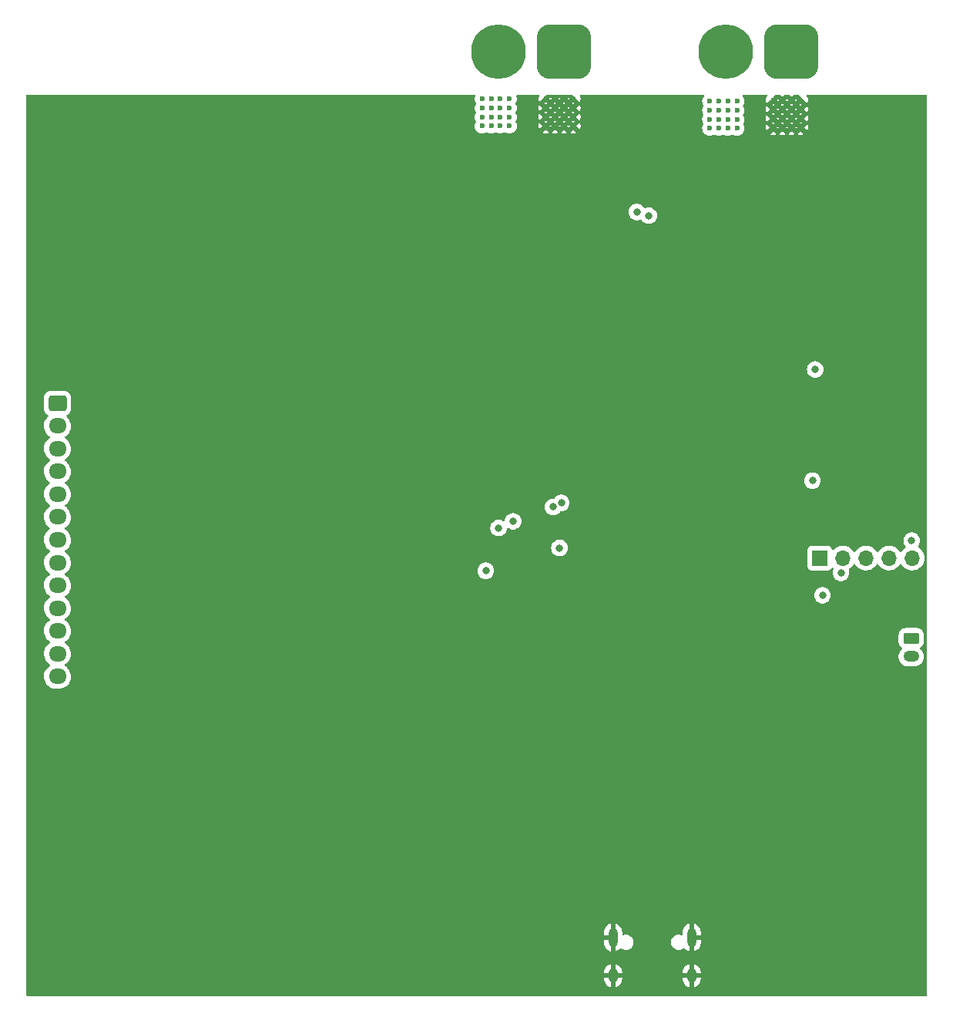
<source format=gbr>
%TF.GenerationSoftware,KiCad,Pcbnew,(6.0.7-1)-1*%
%TF.CreationDate,2022-08-24T14:53:57+02:00*%
%TF.ProjectId,Flux_BMS,466c7578-5f42-44d5-932e-6b696361645f,rev?*%
%TF.SameCoordinates,Original*%
%TF.FileFunction,Copper,L2,Inr*%
%TF.FilePolarity,Positive*%
%FSLAX46Y46*%
G04 Gerber Fmt 4.6, Leading zero omitted, Abs format (unit mm)*
G04 Created by KiCad (PCBNEW (6.0.7-1)-1) date 2022-08-24 14:53:57*
%MOMM*%
%LPD*%
G01*
G04 APERTURE LIST*
G04 Aperture macros list*
%AMRoundRect*
0 Rectangle with rounded corners*
0 $1 Rounding radius*
0 $2 $3 $4 $5 $6 $7 $8 $9 X,Y pos of 4 corners*
0 Add a 4 corners polygon primitive as box body*
4,1,4,$2,$3,$4,$5,$6,$7,$8,$9,$2,$3,0*
0 Add four circle primitives for the rounded corners*
1,1,$1+$1,$2,$3*
1,1,$1+$1,$4,$5*
1,1,$1+$1,$6,$7*
1,1,$1+$1,$8,$9*
0 Add four rect primitives between the rounded corners*
20,1,$1+$1,$2,$3,$4,$5,0*
20,1,$1+$1,$4,$5,$6,$7,0*
20,1,$1+$1,$6,$7,$8,$9,0*
20,1,$1+$1,$8,$9,$2,$3,0*%
G04 Aperture macros list end*
%TA.AperFunction,ComponentPad*%
%ADD10RoundRect,1.500000X1.500000X1.500000X-1.500000X1.500000X-1.500000X-1.500000X1.500000X-1.500000X0*%
%TD*%
%TA.AperFunction,ComponentPad*%
%ADD11C,6.000000*%
%TD*%
%TA.AperFunction,ComponentPad*%
%ADD12RoundRect,0.250000X-0.725000X0.600000X-0.725000X-0.600000X0.725000X-0.600000X0.725000X0.600000X0*%
%TD*%
%TA.AperFunction,ComponentPad*%
%ADD13O,1.950000X1.700000*%
%TD*%
%TA.AperFunction,ComponentPad*%
%ADD14C,0.600000*%
%TD*%
%TA.AperFunction,ComponentPad*%
%ADD15O,1.000000X1.600000*%
%TD*%
%TA.AperFunction,ComponentPad*%
%ADD16O,1.000000X2.100000*%
%TD*%
%TA.AperFunction,ComponentPad*%
%ADD17R,1.700000X1.700000*%
%TD*%
%TA.AperFunction,ComponentPad*%
%ADD18O,1.700000X1.700000*%
%TD*%
%TA.AperFunction,ComponentPad*%
%ADD19RoundRect,0.250000X-0.625000X0.350000X-0.625000X-0.350000X0.625000X-0.350000X0.625000X0.350000X0*%
%TD*%
%TA.AperFunction,ComponentPad*%
%ADD20O,1.750000X1.200000*%
%TD*%
%TA.AperFunction,ViaPad*%
%ADD21C,0.800000*%
%TD*%
G04 APERTURE END LIST*
D10*
%TO.N,unconnected-(J6-Pad1)*%
%TO.C,J6*%
X159600000Y-45800000D03*
D11*
%TO.N,unconnected-(J6-Pad2)*%
X152400000Y-45800000D03*
%TD*%
D12*
%TO.N,/LTC6811/CELL+_12*%
%TO.C,J1*%
X78925000Y-84400000D03*
D13*
%TO.N,/LTC6811/CELL+_11*%
X78925000Y-86900000D03*
%TO.N,/LTC6811/CELL+_10*%
X78925000Y-89400000D03*
%TO.N,/LTC6811/CELL+_9*%
X78925000Y-91900000D03*
%TO.N,/LTC6811/CELL+_8*%
X78925000Y-94400000D03*
%TO.N,/LTC6811/CELL+_7*%
X78925000Y-96900000D03*
%TO.N,/LTC6811/CELL+_6*%
X78925000Y-99400000D03*
%TO.N,/LTC6811/CELL+_5*%
X78925000Y-101900000D03*
%TO.N,/LTC6811/CELL+_4*%
X78925000Y-104400000D03*
%TO.N,/LTC6811/CELL+_3*%
X78925000Y-106900000D03*
%TO.N,/LTC6811/CELL+_2*%
X78925000Y-109400000D03*
%TO.N,/LTC6811/CELL+_1*%
X78925000Y-111900000D03*
%TO.N,/LTC6811/CELL-_1*%
X78925000Y-114400000D03*
%TD*%
D14*
%TO.N,GND*%
%TO.C,TP7*%
X133600000Y-52960000D03*
X135600000Y-53960000D03*
X132600000Y-52960000D03*
X134600000Y-52960000D03*
X133600000Y-53960000D03*
X134600000Y-53960000D03*
X133600000Y-51960000D03*
X132600000Y-51960000D03*
X134600000Y-50960000D03*
X135600000Y-50960000D03*
X135600000Y-52960000D03*
X132600000Y-50960000D03*
X135600000Y-51960000D03*
X134600000Y-51960000D03*
X133600000Y-50960000D03*
X132600000Y-53960000D03*
%TD*%
D15*
%TO.N,GND*%
%TO.C,J5*%
X139980000Y-147250000D03*
D16*
X148620000Y-143070000D03*
X139980000Y-143070000D03*
D15*
X148620000Y-147250000D03*
%TD*%
D14*
%TO.N,GND*%
%TO.C,TP10*%
X160600000Y-54125000D03*
X159600000Y-53125000D03*
X157600000Y-51125000D03*
X159600000Y-51125000D03*
X158600000Y-51125000D03*
X160600000Y-51125000D03*
X157600000Y-53125000D03*
X159600000Y-52125000D03*
X159600000Y-54125000D03*
X160600000Y-53125000D03*
X158600000Y-53125000D03*
X158600000Y-54125000D03*
X158600000Y-52125000D03*
X157600000Y-52125000D03*
X157600000Y-54125000D03*
X160600000Y-52125000D03*
%TD*%
D17*
%TO.N,/Charge_control/BQ_CHG_EN*%
%TO.C,J4*%
X162700000Y-101400000D03*
D18*
%TO.N,/Charge_control/BQ_CP_EN*%
X165240000Y-101400000D03*
%TO.N,/Charge_control/BQ_DSG_EN*%
X167780000Y-101400000D03*
%TO.N,/Charge_control/BQ_PCHG_EN*%
X170320000Y-101400000D03*
%TO.N,/Charge_control/BQ_PMON_EN*%
X172860000Y-101400000D03*
%TD*%
D14*
%TO.N,CHARGER+*%
%TO.C,TP9*%
X152600000Y-53225000D03*
X153600000Y-54225000D03*
X151600000Y-53225000D03*
X151600000Y-54225000D03*
X150600000Y-52225000D03*
X150600000Y-51225000D03*
X152600000Y-54225000D03*
X150600000Y-54225000D03*
X153600000Y-53225000D03*
X150600000Y-53225000D03*
X153600000Y-51225000D03*
X152600000Y-52225000D03*
X152600000Y-51225000D03*
X153600000Y-52225000D03*
X151600000Y-52225000D03*
X151600000Y-51225000D03*
%TD*%
D19*
%TO.N,/CAN/CAN_H*%
%TO.C,J2*%
X172750000Y-110200000D03*
D20*
%TO.N,/CAN/CAN_L*%
X172750000Y-112200000D03*
%TD*%
D10*
%TO.N,unconnected-(J3-Pad1)*%
%TO.C,J3*%
X134600000Y-45800000D03*
D11*
%TO.N,unconnected-(J3-Pad2)*%
X127400000Y-45800000D03*
%TD*%
D14*
%TO.N,V+*%
%TO.C,TP6*%
X128600000Y-51975000D03*
X125600000Y-51975000D03*
X126600000Y-53975000D03*
X126600000Y-52975000D03*
X125600000Y-52975000D03*
X128600000Y-50975000D03*
X127600000Y-51975000D03*
X128600000Y-52975000D03*
X127600000Y-52975000D03*
X126600000Y-51975000D03*
X127600000Y-53975000D03*
X126600000Y-50975000D03*
X127600000Y-50975000D03*
X125600000Y-50975000D03*
X125600000Y-53975000D03*
X128600000Y-53975000D03*
%TD*%
D21*
%TO.N,V+*%
X142600000Y-63400000D03*
X161900000Y-92900000D03*
%TO.N,Net-(Q13-Pad3)*%
X143900000Y-63800000D03*
X162200000Y-80700000D03*
%TO.N,/LTC6811/LTC_CS*%
X134293982Y-95353009D03*
X127400000Y-98099000D03*
%TO.N,/LTC6811/LTC_SCK*%
X133400000Y-95800000D03*
X126000000Y-102800000D03*
X129000000Y-97374500D03*
%TO.N,/Charge_control/BQ_PMON_EN*%
X172800000Y-99500000D03*
X134100000Y-100300000D03*
%TO.N,/Charge_control/BQ_CP_EN*%
X163000000Y-105500000D03*
X165027701Y-103027701D03*
%TO.N,GND*%
X129505000Y-69550000D03*
X126705000Y-74550000D03*
%TD*%
%TA.AperFunction,Conductor*%
%TO.N,GND*%
G36*
X124797531Y-50528502D02*
G01*
X124844024Y-50582158D01*
X124854128Y-50652432D01*
X124847811Y-50677595D01*
X124813010Y-50773210D01*
X124809197Y-50783685D01*
X124786463Y-50963640D01*
X124804163Y-51144160D01*
X124861418Y-51316273D01*
X124865065Y-51322295D01*
X124865066Y-51322297D01*
X124866424Y-51324539D01*
X124915435Y-51405465D01*
X124918106Y-51409876D01*
X124936285Y-51478505D01*
X124916243Y-51543399D01*
X124871235Y-51613238D01*
X124868826Y-51619858D01*
X124868824Y-51619861D01*
X124812951Y-51773372D01*
X124809197Y-51783685D01*
X124786463Y-51963640D01*
X124804163Y-52144160D01*
X124861418Y-52316273D01*
X124865065Y-52322295D01*
X124865066Y-52322297D01*
X124866424Y-52324539D01*
X124915435Y-52405465D01*
X124918106Y-52409876D01*
X124936285Y-52478505D01*
X124916243Y-52543399D01*
X124871235Y-52613238D01*
X124868826Y-52619858D01*
X124868824Y-52619861D01*
X124812951Y-52773372D01*
X124809197Y-52783685D01*
X124786463Y-52963640D01*
X124804163Y-53144160D01*
X124861418Y-53316273D01*
X124865065Y-53322295D01*
X124865066Y-53322297D01*
X124866424Y-53324539D01*
X124915435Y-53405465D01*
X124918106Y-53409876D01*
X124936285Y-53478505D01*
X124916243Y-53543399D01*
X124871235Y-53613238D01*
X124868826Y-53619858D01*
X124868824Y-53619861D01*
X124812951Y-53773372D01*
X124809197Y-53783685D01*
X124786463Y-53963640D01*
X124804163Y-54144160D01*
X124861418Y-54316273D01*
X124865065Y-54322295D01*
X124865066Y-54322297D01*
X124928681Y-54427338D01*
X124955380Y-54471424D01*
X124960269Y-54476487D01*
X124960270Y-54476488D01*
X124975357Y-54492111D01*
X125081382Y-54601902D01*
X125233159Y-54701222D01*
X125239763Y-54703678D01*
X125239765Y-54703679D01*
X125396558Y-54761990D01*
X125396560Y-54761990D01*
X125403168Y-54764448D01*
X125486995Y-54775633D01*
X125575980Y-54787507D01*
X125575984Y-54787507D01*
X125582961Y-54788438D01*
X125589972Y-54787800D01*
X125589976Y-54787800D01*
X125732459Y-54774832D01*
X125763600Y-54771998D01*
X125770302Y-54769820D01*
X125770304Y-54769820D01*
X125929409Y-54718124D01*
X125929412Y-54718123D01*
X125936108Y-54715947D01*
X126035701Y-54656577D01*
X126104454Y-54638878D01*
X126169211Y-54659375D01*
X126233159Y-54701222D01*
X126239763Y-54703678D01*
X126239765Y-54703679D01*
X126396558Y-54761990D01*
X126396560Y-54761990D01*
X126403168Y-54764448D01*
X126486995Y-54775633D01*
X126575980Y-54787507D01*
X126575984Y-54787507D01*
X126582961Y-54788438D01*
X126589972Y-54787800D01*
X126589976Y-54787800D01*
X126732459Y-54774832D01*
X126763600Y-54771998D01*
X126770302Y-54769820D01*
X126770304Y-54769820D01*
X126929409Y-54718124D01*
X126929412Y-54718123D01*
X126936108Y-54715947D01*
X127035701Y-54656577D01*
X127104454Y-54638878D01*
X127169211Y-54659375D01*
X127233159Y-54701222D01*
X127239763Y-54703678D01*
X127239765Y-54703679D01*
X127396558Y-54761990D01*
X127396560Y-54761990D01*
X127403168Y-54764448D01*
X127486995Y-54775633D01*
X127575980Y-54787507D01*
X127575984Y-54787507D01*
X127582961Y-54788438D01*
X127589972Y-54787800D01*
X127589976Y-54787800D01*
X127732459Y-54774832D01*
X127763600Y-54771998D01*
X127770302Y-54769820D01*
X127770304Y-54769820D01*
X127929409Y-54718124D01*
X127929412Y-54718123D01*
X127936108Y-54715947D01*
X128035701Y-54656577D01*
X128104454Y-54638878D01*
X128169211Y-54659375D01*
X128233159Y-54701222D01*
X128239763Y-54703678D01*
X128239765Y-54703679D01*
X128396558Y-54761990D01*
X128396560Y-54761990D01*
X128403168Y-54764448D01*
X128486995Y-54775633D01*
X128575980Y-54787507D01*
X128575984Y-54787507D01*
X128582961Y-54788438D01*
X128589972Y-54787800D01*
X128589976Y-54787800D01*
X128732459Y-54774832D01*
X128763600Y-54771998D01*
X128770302Y-54769820D01*
X128770304Y-54769820D01*
X128929409Y-54718124D01*
X128929412Y-54718123D01*
X128936108Y-54715947D01*
X128987428Y-54685354D01*
X132239475Y-54685354D01*
X132242258Y-54689073D01*
X132396680Y-54746502D01*
X132410278Y-54749892D01*
X132575990Y-54772004D01*
X132589986Y-54772297D01*
X132756477Y-54757144D01*
X132770204Y-54754327D01*
X132929202Y-54702666D01*
X132941953Y-54696881D01*
X132948769Y-54692818D01*
X132955690Y-54685354D01*
X133239475Y-54685354D01*
X133242258Y-54689073D01*
X133396680Y-54746502D01*
X133410278Y-54749892D01*
X133575990Y-54772004D01*
X133589986Y-54772297D01*
X133756477Y-54757144D01*
X133770204Y-54754327D01*
X133929202Y-54702666D01*
X133941953Y-54696881D01*
X133948769Y-54692818D01*
X133955690Y-54685354D01*
X134239475Y-54685354D01*
X134242258Y-54689073D01*
X134396680Y-54746502D01*
X134410278Y-54749892D01*
X134575990Y-54772004D01*
X134589986Y-54772297D01*
X134756477Y-54757144D01*
X134770204Y-54754327D01*
X134929202Y-54702666D01*
X134941953Y-54696881D01*
X134948769Y-54692818D01*
X134955690Y-54685354D01*
X135239475Y-54685354D01*
X135242258Y-54689073D01*
X135396680Y-54746502D01*
X135410278Y-54749892D01*
X135575990Y-54772004D01*
X135589986Y-54772297D01*
X135756477Y-54757144D01*
X135770204Y-54754327D01*
X135929202Y-54702666D01*
X135941953Y-54696881D01*
X135948769Y-54692818D01*
X135958358Y-54682476D01*
X135954852Y-54674062D01*
X135612812Y-54332022D01*
X135598868Y-54324408D01*
X135597035Y-54324539D01*
X135590421Y-54328790D01*
X135246232Y-54672979D01*
X135239475Y-54685354D01*
X134955690Y-54685354D01*
X134958358Y-54682476D01*
X134954852Y-54674062D01*
X134612812Y-54332022D01*
X134598868Y-54324408D01*
X134597035Y-54324539D01*
X134590421Y-54328790D01*
X134246232Y-54672979D01*
X134239475Y-54685354D01*
X133955690Y-54685354D01*
X133958358Y-54682476D01*
X133954852Y-54674062D01*
X133612812Y-54332022D01*
X133598868Y-54324408D01*
X133597035Y-54324539D01*
X133590421Y-54328790D01*
X133246232Y-54672979D01*
X133239475Y-54685354D01*
X132955690Y-54685354D01*
X132958358Y-54682476D01*
X132954852Y-54674062D01*
X132612812Y-54332022D01*
X132598868Y-54324408D01*
X132597035Y-54324539D01*
X132590421Y-54328790D01*
X132246232Y-54672979D01*
X132239475Y-54685354D01*
X128987428Y-54685354D01*
X129091912Y-54623069D01*
X129223266Y-54497982D01*
X129323643Y-54346902D01*
X129388055Y-54177338D01*
X129391162Y-54155233D01*
X129412748Y-54001639D01*
X129412748Y-54001636D01*
X129413299Y-53997717D01*
X129413616Y-53975000D01*
X129411447Y-53955660D01*
X131787654Y-53955660D01*
X131803968Y-54122047D01*
X131806879Y-54135741D01*
X131859650Y-54294375D01*
X131865524Y-54307088D01*
X131866768Y-54309143D01*
X131877174Y-54318657D01*
X131885794Y-54314995D01*
X132227979Y-53972811D01*
X132234357Y-53961130D01*
X132964408Y-53961130D01*
X132964539Y-53962966D01*
X132968789Y-53969579D01*
X133087192Y-54087981D01*
X133101130Y-54095592D01*
X133102966Y-54095460D01*
X133109579Y-54091211D01*
X133227981Y-53972808D01*
X133234358Y-53961130D01*
X133964408Y-53961130D01*
X133964539Y-53962966D01*
X133968789Y-53969579D01*
X134087192Y-54087981D01*
X134101130Y-54095592D01*
X134102966Y-54095460D01*
X134109579Y-54091211D01*
X134227981Y-53972808D01*
X134234358Y-53961130D01*
X134964408Y-53961130D01*
X134964539Y-53962966D01*
X134968789Y-53969579D01*
X135087192Y-54087981D01*
X135101130Y-54095592D01*
X135102966Y-54095460D01*
X135109579Y-54091211D01*
X135227981Y-53972808D01*
X135234357Y-53961132D01*
X135964408Y-53961132D01*
X135964539Y-53962966D01*
X135968790Y-53969579D01*
X136312504Y-54313293D01*
X136324879Y-54320050D01*
X136328696Y-54317193D01*
X136385065Y-54168802D01*
X136388549Y-54155233D01*
X136412244Y-53986627D01*
X136412851Y-53978741D01*
X136413058Y-53963962D01*
X136412671Y-53956061D01*
X136393692Y-53786855D01*
X136390590Y-53773202D01*
X136335610Y-53615322D01*
X136332281Y-53608372D01*
X136323605Y-53600659D01*
X136314558Y-53604653D01*
X135972021Y-53947189D01*
X135964408Y-53961132D01*
X135234357Y-53961132D01*
X135235592Y-53958870D01*
X135235461Y-53957034D01*
X135231211Y-53950421D01*
X135112808Y-53832019D01*
X135098870Y-53824408D01*
X135097034Y-53824540D01*
X135090421Y-53828789D01*
X134972019Y-53947192D01*
X134964408Y-53961130D01*
X134234358Y-53961130D01*
X134235592Y-53958870D01*
X134235461Y-53957034D01*
X134231211Y-53950421D01*
X134112808Y-53832019D01*
X134098870Y-53824408D01*
X134097034Y-53824540D01*
X134090421Y-53828789D01*
X133972019Y-53947192D01*
X133964408Y-53961130D01*
X133234358Y-53961130D01*
X133235592Y-53958870D01*
X133235461Y-53957034D01*
X133231211Y-53950421D01*
X133112808Y-53832019D01*
X133098870Y-53824408D01*
X133097034Y-53824540D01*
X133090421Y-53828789D01*
X132972019Y-53947192D01*
X132964408Y-53961130D01*
X132234357Y-53961130D01*
X132235592Y-53958868D01*
X132235461Y-53957034D01*
X132231210Y-53950421D01*
X131887458Y-53606669D01*
X131875083Y-53599912D01*
X131869926Y-53603772D01*
X131869273Y-53605089D01*
X131812096Y-53762180D01*
X131808803Y-53775795D01*
X131787850Y-53941653D01*
X131787654Y-53955660D01*
X129411447Y-53955660D01*
X129393397Y-53794745D01*
X129391080Y-53788091D01*
X129336064Y-53630106D01*
X129336062Y-53630103D01*
X129333745Y-53623448D01*
X129282826Y-53541960D01*
X129263691Y-53473594D01*
X129267541Y-53461130D01*
X132464408Y-53461130D01*
X132464540Y-53462966D01*
X132468789Y-53469579D01*
X132587192Y-53587981D01*
X132601130Y-53595592D01*
X132602966Y-53595461D01*
X132609579Y-53591211D01*
X132727981Y-53472808D01*
X132734358Y-53461130D01*
X133464408Y-53461130D01*
X133464540Y-53462966D01*
X133468789Y-53469579D01*
X133587192Y-53587981D01*
X133601130Y-53595592D01*
X133602966Y-53595461D01*
X133609579Y-53591211D01*
X133727981Y-53472808D01*
X133734358Y-53461130D01*
X134464408Y-53461130D01*
X134464540Y-53462966D01*
X134468789Y-53469579D01*
X134587192Y-53587981D01*
X134601130Y-53595592D01*
X134602966Y-53595461D01*
X134609579Y-53591211D01*
X134727981Y-53472808D01*
X134734358Y-53461130D01*
X135464408Y-53461130D01*
X135464540Y-53462966D01*
X135468789Y-53469579D01*
X135587192Y-53587981D01*
X135601130Y-53595592D01*
X135602966Y-53595461D01*
X135609579Y-53591211D01*
X135727981Y-53472808D01*
X135735592Y-53458870D01*
X135735460Y-53457034D01*
X135731211Y-53450421D01*
X135612808Y-53332019D01*
X135598870Y-53324408D01*
X135597034Y-53324539D01*
X135590421Y-53328789D01*
X135472019Y-53447192D01*
X135464408Y-53461130D01*
X134734358Y-53461130D01*
X134735592Y-53458870D01*
X134735460Y-53457034D01*
X134731211Y-53450421D01*
X134612808Y-53332019D01*
X134598870Y-53324408D01*
X134597034Y-53324539D01*
X134590421Y-53328789D01*
X134472019Y-53447192D01*
X134464408Y-53461130D01*
X133734358Y-53461130D01*
X133735592Y-53458870D01*
X133735460Y-53457034D01*
X133731211Y-53450421D01*
X133612808Y-53332019D01*
X133598870Y-53324408D01*
X133597034Y-53324539D01*
X133590421Y-53328789D01*
X133472019Y-53447192D01*
X133464408Y-53461130D01*
X132734358Y-53461130D01*
X132735592Y-53458870D01*
X132735460Y-53457034D01*
X132731211Y-53450421D01*
X132612808Y-53332019D01*
X132598870Y-53324408D01*
X132597034Y-53324539D01*
X132590421Y-53328789D01*
X132472019Y-53447192D01*
X132464408Y-53461130D01*
X129267541Y-53461130D01*
X129284732Y-53405468D01*
X129323643Y-53346902D01*
X129388055Y-53177338D01*
X129391162Y-53155233D01*
X129412748Y-53001639D01*
X129412748Y-53001636D01*
X129413299Y-52997717D01*
X129413616Y-52975000D01*
X129411447Y-52955660D01*
X131787654Y-52955660D01*
X131803968Y-53122047D01*
X131806879Y-53135741D01*
X131859650Y-53294375D01*
X131865524Y-53307088D01*
X131866768Y-53309143D01*
X131877174Y-53318657D01*
X131885794Y-53314995D01*
X132227979Y-52972811D01*
X132234357Y-52961130D01*
X132964408Y-52961130D01*
X132964539Y-52962966D01*
X132968789Y-52969579D01*
X133087192Y-53087981D01*
X133101130Y-53095592D01*
X133102966Y-53095460D01*
X133109579Y-53091211D01*
X133227981Y-52972808D01*
X133234358Y-52961130D01*
X133964408Y-52961130D01*
X133964539Y-52962966D01*
X133968789Y-52969579D01*
X134087192Y-53087981D01*
X134101130Y-53095592D01*
X134102966Y-53095460D01*
X134109579Y-53091211D01*
X134227981Y-52972808D01*
X134234358Y-52961130D01*
X134964408Y-52961130D01*
X134964539Y-52962966D01*
X134968789Y-52969579D01*
X135087192Y-53087981D01*
X135101130Y-53095592D01*
X135102966Y-53095460D01*
X135109579Y-53091211D01*
X135227981Y-52972808D01*
X135234357Y-52961132D01*
X135964408Y-52961132D01*
X135964539Y-52962966D01*
X135968790Y-52969579D01*
X136312504Y-53313293D01*
X136324879Y-53320050D01*
X136328696Y-53317193D01*
X136385065Y-53168802D01*
X136388549Y-53155233D01*
X136412244Y-52986627D01*
X136412851Y-52978741D01*
X136413058Y-52963962D01*
X136412671Y-52956061D01*
X136393692Y-52786855D01*
X136390590Y-52773202D01*
X136335610Y-52615322D01*
X136332281Y-52608372D01*
X136323605Y-52600659D01*
X136314558Y-52604653D01*
X135972021Y-52947189D01*
X135964408Y-52961132D01*
X135234357Y-52961132D01*
X135235592Y-52958870D01*
X135235461Y-52957034D01*
X135231211Y-52950421D01*
X135112808Y-52832019D01*
X135098870Y-52824408D01*
X135097034Y-52824540D01*
X135090421Y-52828789D01*
X134972019Y-52947192D01*
X134964408Y-52961130D01*
X134234358Y-52961130D01*
X134235592Y-52958870D01*
X134235461Y-52957034D01*
X134231211Y-52950421D01*
X134112808Y-52832019D01*
X134098870Y-52824408D01*
X134097034Y-52824540D01*
X134090421Y-52828789D01*
X133972019Y-52947192D01*
X133964408Y-52961130D01*
X133234358Y-52961130D01*
X133235592Y-52958870D01*
X133235461Y-52957034D01*
X133231211Y-52950421D01*
X133112808Y-52832019D01*
X133098870Y-52824408D01*
X133097034Y-52824540D01*
X133090421Y-52828789D01*
X132972019Y-52947192D01*
X132964408Y-52961130D01*
X132234357Y-52961130D01*
X132235592Y-52958868D01*
X132235461Y-52957034D01*
X132231210Y-52950421D01*
X131887458Y-52606669D01*
X131875083Y-52599912D01*
X131869926Y-52603772D01*
X131869273Y-52605089D01*
X131812096Y-52762180D01*
X131808803Y-52775795D01*
X131787850Y-52941653D01*
X131787654Y-52955660D01*
X129411447Y-52955660D01*
X129393397Y-52794745D01*
X129391080Y-52788091D01*
X129336064Y-52630106D01*
X129336062Y-52630103D01*
X129333745Y-52623448D01*
X129282826Y-52541960D01*
X129263691Y-52473594D01*
X129267541Y-52461130D01*
X132464408Y-52461130D01*
X132464540Y-52462966D01*
X132468789Y-52469579D01*
X132587192Y-52587981D01*
X132601130Y-52595592D01*
X132602966Y-52595461D01*
X132609579Y-52591211D01*
X132727981Y-52472808D01*
X132734358Y-52461130D01*
X133464408Y-52461130D01*
X133464540Y-52462966D01*
X133468789Y-52469579D01*
X133587192Y-52587981D01*
X133601130Y-52595592D01*
X133602966Y-52595461D01*
X133609579Y-52591211D01*
X133727981Y-52472808D01*
X133734358Y-52461130D01*
X134464408Y-52461130D01*
X134464540Y-52462966D01*
X134468789Y-52469579D01*
X134587192Y-52587981D01*
X134601130Y-52595592D01*
X134602966Y-52595461D01*
X134609579Y-52591211D01*
X134727981Y-52472808D01*
X134734358Y-52461130D01*
X135464408Y-52461130D01*
X135464540Y-52462966D01*
X135468789Y-52469579D01*
X135587192Y-52587981D01*
X135601130Y-52595592D01*
X135602966Y-52595461D01*
X135609579Y-52591211D01*
X135727981Y-52472808D01*
X135735592Y-52458870D01*
X135735460Y-52457034D01*
X135731211Y-52450421D01*
X135612808Y-52332019D01*
X135598870Y-52324408D01*
X135597034Y-52324539D01*
X135590421Y-52328789D01*
X135472019Y-52447192D01*
X135464408Y-52461130D01*
X134734358Y-52461130D01*
X134735592Y-52458870D01*
X134735460Y-52457034D01*
X134731211Y-52450421D01*
X134612808Y-52332019D01*
X134598870Y-52324408D01*
X134597034Y-52324539D01*
X134590421Y-52328789D01*
X134472019Y-52447192D01*
X134464408Y-52461130D01*
X133734358Y-52461130D01*
X133735592Y-52458870D01*
X133735460Y-52457034D01*
X133731211Y-52450421D01*
X133612808Y-52332019D01*
X133598870Y-52324408D01*
X133597034Y-52324539D01*
X133590421Y-52328789D01*
X133472019Y-52447192D01*
X133464408Y-52461130D01*
X132734358Y-52461130D01*
X132735592Y-52458870D01*
X132735460Y-52457034D01*
X132731211Y-52450421D01*
X132612808Y-52332019D01*
X132598870Y-52324408D01*
X132597034Y-52324539D01*
X132590421Y-52328789D01*
X132472019Y-52447192D01*
X132464408Y-52461130D01*
X129267541Y-52461130D01*
X129284732Y-52405468D01*
X129323643Y-52346902D01*
X129388055Y-52177338D01*
X129391162Y-52155233D01*
X129412748Y-52001639D01*
X129412748Y-52001636D01*
X129413299Y-51997717D01*
X129413616Y-51975000D01*
X129411447Y-51955660D01*
X131787654Y-51955660D01*
X131803968Y-52122047D01*
X131806879Y-52135741D01*
X131859650Y-52294375D01*
X131865524Y-52307088D01*
X131866768Y-52309143D01*
X131877174Y-52318657D01*
X131885794Y-52314995D01*
X132227979Y-51972811D01*
X132234357Y-51961130D01*
X132964408Y-51961130D01*
X132964539Y-51962966D01*
X132968789Y-51969579D01*
X133087192Y-52087981D01*
X133101130Y-52095592D01*
X133102966Y-52095460D01*
X133109579Y-52091211D01*
X133227981Y-51972808D01*
X133234358Y-51961130D01*
X133964408Y-51961130D01*
X133964539Y-51962966D01*
X133968789Y-51969579D01*
X134087192Y-52087981D01*
X134101130Y-52095592D01*
X134102966Y-52095460D01*
X134109579Y-52091211D01*
X134227981Y-51972808D01*
X134234358Y-51961130D01*
X134964408Y-51961130D01*
X134964539Y-51962966D01*
X134968789Y-51969579D01*
X135087192Y-52087981D01*
X135101130Y-52095592D01*
X135102966Y-52095460D01*
X135109579Y-52091211D01*
X135227981Y-51972808D01*
X135234357Y-51961132D01*
X135964408Y-51961132D01*
X135964539Y-51962966D01*
X135968790Y-51969579D01*
X136312504Y-52313293D01*
X136324879Y-52320050D01*
X136328696Y-52317193D01*
X136385065Y-52168802D01*
X136388549Y-52155233D01*
X136412244Y-51986627D01*
X136412851Y-51978741D01*
X136413058Y-51963962D01*
X136412671Y-51956061D01*
X136393692Y-51786855D01*
X136390590Y-51773202D01*
X136335610Y-51615322D01*
X136332281Y-51608372D01*
X136323605Y-51600659D01*
X136314558Y-51604653D01*
X135972021Y-51947189D01*
X135964408Y-51961132D01*
X135234357Y-51961132D01*
X135235592Y-51958870D01*
X135235461Y-51957034D01*
X135231211Y-51950421D01*
X135112808Y-51832019D01*
X135098870Y-51824408D01*
X135097034Y-51824540D01*
X135090421Y-51828789D01*
X134972019Y-51947192D01*
X134964408Y-51961130D01*
X134234358Y-51961130D01*
X134235592Y-51958870D01*
X134235461Y-51957034D01*
X134231211Y-51950421D01*
X134112808Y-51832019D01*
X134098870Y-51824408D01*
X134097034Y-51824540D01*
X134090421Y-51828789D01*
X133972019Y-51947192D01*
X133964408Y-51961130D01*
X133234358Y-51961130D01*
X133235592Y-51958870D01*
X133235461Y-51957034D01*
X133231211Y-51950421D01*
X133112808Y-51832019D01*
X133098870Y-51824408D01*
X133097034Y-51824540D01*
X133090421Y-51828789D01*
X132972019Y-51947192D01*
X132964408Y-51961130D01*
X132234357Y-51961130D01*
X132235592Y-51958868D01*
X132235461Y-51957034D01*
X132231210Y-51950421D01*
X131887458Y-51606669D01*
X131875083Y-51599912D01*
X131869926Y-51603772D01*
X131869273Y-51605089D01*
X131812096Y-51762180D01*
X131808803Y-51775795D01*
X131787850Y-51941653D01*
X131787654Y-51955660D01*
X129411447Y-51955660D01*
X129393397Y-51794745D01*
X129391080Y-51788091D01*
X129336064Y-51630106D01*
X129336062Y-51630103D01*
X129333745Y-51623448D01*
X129282826Y-51541960D01*
X129263691Y-51473594D01*
X129267541Y-51461130D01*
X132464408Y-51461130D01*
X132464540Y-51462966D01*
X132468789Y-51469579D01*
X132587192Y-51587981D01*
X132601130Y-51595592D01*
X132602966Y-51595461D01*
X132609579Y-51591211D01*
X132727981Y-51472808D01*
X132734358Y-51461130D01*
X133464408Y-51461130D01*
X133464540Y-51462966D01*
X133468789Y-51469579D01*
X133587192Y-51587981D01*
X133601130Y-51595592D01*
X133602966Y-51595461D01*
X133609579Y-51591211D01*
X133727981Y-51472808D01*
X133734358Y-51461130D01*
X134464408Y-51461130D01*
X134464540Y-51462966D01*
X134468789Y-51469579D01*
X134587192Y-51587981D01*
X134601130Y-51595592D01*
X134602966Y-51595461D01*
X134609579Y-51591211D01*
X134727981Y-51472808D01*
X134734358Y-51461130D01*
X135464408Y-51461130D01*
X135464540Y-51462966D01*
X135468789Y-51469579D01*
X135587192Y-51587981D01*
X135601130Y-51595592D01*
X135602966Y-51595461D01*
X135609579Y-51591211D01*
X135727981Y-51472808D01*
X135735592Y-51458870D01*
X135735460Y-51457034D01*
X135731211Y-51450421D01*
X135612808Y-51332019D01*
X135598870Y-51324408D01*
X135597034Y-51324539D01*
X135590421Y-51328789D01*
X135472019Y-51447192D01*
X135464408Y-51461130D01*
X134734358Y-51461130D01*
X134735592Y-51458870D01*
X134735460Y-51457034D01*
X134731211Y-51450421D01*
X134612808Y-51332019D01*
X134598870Y-51324408D01*
X134597034Y-51324539D01*
X134590421Y-51328789D01*
X134472019Y-51447192D01*
X134464408Y-51461130D01*
X133734358Y-51461130D01*
X133735592Y-51458870D01*
X133735460Y-51457034D01*
X133731211Y-51450421D01*
X133612808Y-51332019D01*
X133598870Y-51324408D01*
X133597034Y-51324539D01*
X133590421Y-51328789D01*
X133472019Y-51447192D01*
X133464408Y-51461130D01*
X132734358Y-51461130D01*
X132735592Y-51458870D01*
X132735460Y-51457034D01*
X132731211Y-51450421D01*
X132612808Y-51332019D01*
X132598870Y-51324408D01*
X132597034Y-51324539D01*
X132590421Y-51328789D01*
X132472019Y-51447192D01*
X132464408Y-51461130D01*
X129267541Y-51461130D01*
X129284732Y-51405468D01*
X129323643Y-51346902D01*
X129388055Y-51177338D01*
X129391162Y-51155233D01*
X129412748Y-51001639D01*
X129412748Y-51001636D01*
X129413299Y-50997717D01*
X129413616Y-50975000D01*
X129393397Y-50794745D01*
X129352023Y-50675935D01*
X129348510Y-50605027D01*
X129383892Y-50543475D01*
X129446934Y-50510823D01*
X129471015Y-50508500D01*
X131724482Y-50508500D01*
X131792603Y-50528502D01*
X131839096Y-50582158D01*
X131849200Y-50652432D01*
X131842883Y-50677594D01*
X131812096Y-50762180D01*
X131808803Y-50775795D01*
X131787850Y-50941653D01*
X131787654Y-50955660D01*
X131803968Y-51122047D01*
X131806879Y-51135741D01*
X131859650Y-51294375D01*
X131865524Y-51307088D01*
X131866768Y-51309143D01*
X131877174Y-51318657D01*
X131885794Y-51314995D01*
X132239659Y-50961130D01*
X132964408Y-50961130D01*
X132964539Y-50962966D01*
X132968789Y-50969579D01*
X133087192Y-51087981D01*
X133101130Y-51095592D01*
X133102966Y-51095460D01*
X133109579Y-51091211D01*
X133227981Y-50972808D01*
X133234358Y-50961130D01*
X133964408Y-50961130D01*
X133964539Y-50962966D01*
X133968789Y-50969579D01*
X134087192Y-51087981D01*
X134101130Y-51095592D01*
X134102966Y-51095460D01*
X134109579Y-51091211D01*
X134227981Y-50972808D01*
X134234358Y-50961130D01*
X134964408Y-50961130D01*
X134964539Y-50962966D01*
X134968789Y-50969579D01*
X135087192Y-51087981D01*
X135101130Y-51095592D01*
X135102966Y-51095460D01*
X135109579Y-51091211D01*
X135227981Y-50972808D01*
X135235592Y-50958870D01*
X135235461Y-50957034D01*
X135231211Y-50950421D01*
X135112808Y-50832019D01*
X135098870Y-50824408D01*
X135097034Y-50824540D01*
X135090421Y-50828789D01*
X134972019Y-50947192D01*
X134964408Y-50961130D01*
X134234358Y-50961130D01*
X134235592Y-50958870D01*
X134235461Y-50957034D01*
X134231211Y-50950421D01*
X134112808Y-50832019D01*
X134098870Y-50824408D01*
X134097034Y-50824540D01*
X134090421Y-50828789D01*
X133972019Y-50947192D01*
X133964408Y-50961130D01*
X133234358Y-50961130D01*
X133235592Y-50958870D01*
X133235461Y-50957034D01*
X133231211Y-50950421D01*
X133112808Y-50832019D01*
X133098870Y-50824408D01*
X133097034Y-50824540D01*
X133090421Y-50828789D01*
X132972019Y-50947192D01*
X132964408Y-50961130D01*
X132239659Y-50961130D01*
X132600000Y-50600790D01*
X132655384Y-50545405D01*
X132717696Y-50511380D01*
X132744480Y-50508500D01*
X133455520Y-50508500D01*
X133523641Y-50528502D01*
X133544616Y-50545405D01*
X133587192Y-50587982D01*
X133601130Y-50595592D01*
X133602966Y-50595461D01*
X133609579Y-50591211D01*
X133655384Y-50545405D01*
X133717696Y-50511380D01*
X133744480Y-50508500D01*
X134455520Y-50508500D01*
X134523641Y-50528502D01*
X134544616Y-50545405D01*
X134587192Y-50587982D01*
X134601130Y-50595592D01*
X134602966Y-50595461D01*
X134609579Y-50591211D01*
X134655384Y-50545405D01*
X134717696Y-50511380D01*
X134744480Y-50508500D01*
X135455520Y-50508500D01*
X135523641Y-50528502D01*
X135544616Y-50545405D01*
X135599999Y-50600789D01*
X136312503Y-51313292D01*
X136324879Y-51320050D01*
X136328696Y-51317193D01*
X136385065Y-51168802D01*
X136388549Y-51155233D01*
X136412244Y-50986627D01*
X136412851Y-50978741D01*
X136413058Y-50963962D01*
X136412671Y-50956061D01*
X136393692Y-50786855D01*
X136390592Y-50773210D01*
X136356718Y-50675937D01*
X136353206Y-50605027D01*
X136388587Y-50543475D01*
X136451629Y-50510823D01*
X136475710Y-50508500D01*
X149870119Y-50508500D01*
X149938240Y-50528502D01*
X149984733Y-50582158D01*
X149994837Y-50652432D01*
X149969296Y-50710644D01*
X149969493Y-50710771D01*
X149871235Y-50863238D01*
X149868826Y-50869858D01*
X149868824Y-50869861D01*
X149823718Y-50993789D01*
X149809197Y-51033685D01*
X149786463Y-51213640D01*
X149804163Y-51394160D01*
X149861418Y-51566273D01*
X149915435Y-51655465D01*
X149918106Y-51659876D01*
X149936285Y-51728505D01*
X149916243Y-51793399D01*
X149871235Y-51863238D01*
X149868826Y-51869858D01*
X149868824Y-51869861D01*
X149823718Y-51993789D01*
X149809197Y-52033685D01*
X149786463Y-52213640D01*
X149804163Y-52394160D01*
X149861418Y-52566273D01*
X149915435Y-52655465D01*
X149918106Y-52659876D01*
X149936285Y-52728505D01*
X149916243Y-52793399D01*
X149871235Y-52863238D01*
X149868826Y-52869858D01*
X149868824Y-52869861D01*
X149823718Y-52993789D01*
X149809197Y-53033685D01*
X149786463Y-53213640D01*
X149804163Y-53394160D01*
X149861418Y-53566273D01*
X149915435Y-53655465D01*
X149918106Y-53659876D01*
X149936285Y-53728505D01*
X149916243Y-53793399D01*
X149871235Y-53863238D01*
X149868826Y-53869858D01*
X149868824Y-53869861D01*
X149823718Y-53993789D01*
X149809197Y-54033685D01*
X149786463Y-54213640D01*
X149804163Y-54394160D01*
X149861418Y-54566273D01*
X149865065Y-54572295D01*
X149865066Y-54572297D01*
X149949880Y-54712342D01*
X149955380Y-54721424D01*
X149960269Y-54726487D01*
X149960270Y-54726488D01*
X149994554Y-54761990D01*
X150081382Y-54851902D01*
X150105472Y-54867666D01*
X150211432Y-54937004D01*
X150233159Y-54951222D01*
X150239763Y-54953678D01*
X150239765Y-54953679D01*
X150396558Y-55011990D01*
X150396560Y-55011990D01*
X150403168Y-55014448D01*
X150486995Y-55025633D01*
X150575980Y-55037507D01*
X150575984Y-55037507D01*
X150582961Y-55038438D01*
X150589972Y-55037800D01*
X150589976Y-55037800D01*
X150732459Y-55024832D01*
X150763600Y-55021998D01*
X150770302Y-55019820D01*
X150770304Y-55019820D01*
X150929409Y-54968124D01*
X150929412Y-54968123D01*
X150936108Y-54965947D01*
X151035701Y-54906577D01*
X151104454Y-54888878D01*
X151169210Y-54909375D01*
X151211432Y-54937004D01*
X151233159Y-54951222D01*
X151239763Y-54953678D01*
X151239765Y-54953679D01*
X151396558Y-55011990D01*
X151396560Y-55011990D01*
X151403168Y-55014448D01*
X151486995Y-55025633D01*
X151575980Y-55037507D01*
X151575984Y-55037507D01*
X151582961Y-55038438D01*
X151589972Y-55037800D01*
X151589976Y-55037800D01*
X151732459Y-55024832D01*
X151763600Y-55021998D01*
X151770302Y-55019820D01*
X151770304Y-55019820D01*
X151929409Y-54968124D01*
X151929412Y-54968123D01*
X151936108Y-54965947D01*
X152035701Y-54906577D01*
X152104454Y-54888878D01*
X152169210Y-54909375D01*
X152211432Y-54937004D01*
X152233159Y-54951222D01*
X152239763Y-54953678D01*
X152239765Y-54953679D01*
X152396558Y-55011990D01*
X152396560Y-55011990D01*
X152403168Y-55014448D01*
X152486995Y-55025633D01*
X152575980Y-55037507D01*
X152575984Y-55037507D01*
X152582961Y-55038438D01*
X152589972Y-55037800D01*
X152589976Y-55037800D01*
X152732459Y-55024832D01*
X152763600Y-55021998D01*
X152770302Y-55019820D01*
X152770304Y-55019820D01*
X152929409Y-54968124D01*
X152929412Y-54968123D01*
X152936108Y-54965947D01*
X153035701Y-54906577D01*
X153104454Y-54888878D01*
X153169210Y-54909375D01*
X153211432Y-54937004D01*
X153233159Y-54951222D01*
X153239763Y-54953678D01*
X153239765Y-54953679D01*
X153396558Y-55011990D01*
X153396560Y-55011990D01*
X153403168Y-55014448D01*
X153486995Y-55025633D01*
X153575980Y-55037507D01*
X153575984Y-55037507D01*
X153582961Y-55038438D01*
X153589972Y-55037800D01*
X153589976Y-55037800D01*
X153732459Y-55024832D01*
X153763600Y-55021998D01*
X153770302Y-55019820D01*
X153770304Y-55019820D01*
X153929409Y-54968124D01*
X153929412Y-54968123D01*
X153936108Y-54965947D01*
X154091912Y-54873069D01*
X154115765Y-54850354D01*
X157239475Y-54850354D01*
X157242258Y-54854073D01*
X157396680Y-54911502D01*
X157410278Y-54914892D01*
X157575990Y-54937004D01*
X157589986Y-54937297D01*
X157756477Y-54922144D01*
X157770204Y-54919327D01*
X157929202Y-54867666D01*
X157941953Y-54861881D01*
X157948769Y-54857818D01*
X157955690Y-54850354D01*
X158239475Y-54850354D01*
X158242258Y-54854073D01*
X158396680Y-54911502D01*
X158410278Y-54914892D01*
X158575990Y-54937004D01*
X158589986Y-54937297D01*
X158756477Y-54922144D01*
X158770204Y-54919327D01*
X158929202Y-54867666D01*
X158941953Y-54861881D01*
X158948769Y-54857818D01*
X158955690Y-54850354D01*
X159239475Y-54850354D01*
X159242258Y-54854073D01*
X159396680Y-54911502D01*
X159410278Y-54914892D01*
X159575990Y-54937004D01*
X159589986Y-54937297D01*
X159756477Y-54922144D01*
X159770204Y-54919327D01*
X159929202Y-54867666D01*
X159941953Y-54861881D01*
X159948769Y-54857818D01*
X159955690Y-54850354D01*
X160239475Y-54850354D01*
X160242258Y-54854073D01*
X160396680Y-54911502D01*
X160410278Y-54914892D01*
X160575990Y-54937004D01*
X160589986Y-54937297D01*
X160756477Y-54922144D01*
X160770204Y-54919327D01*
X160929202Y-54867666D01*
X160941953Y-54861881D01*
X160948769Y-54857818D01*
X160958358Y-54847476D01*
X160954852Y-54839062D01*
X160612812Y-54497022D01*
X160598868Y-54489408D01*
X160597035Y-54489539D01*
X160590421Y-54493790D01*
X160246232Y-54837979D01*
X160239475Y-54850354D01*
X159955690Y-54850354D01*
X159958358Y-54847476D01*
X159954852Y-54839062D01*
X159612812Y-54497022D01*
X159598868Y-54489408D01*
X159597035Y-54489539D01*
X159590421Y-54493790D01*
X159246232Y-54837979D01*
X159239475Y-54850354D01*
X158955690Y-54850354D01*
X158958358Y-54847476D01*
X158954852Y-54839062D01*
X158612812Y-54497022D01*
X158598868Y-54489408D01*
X158597035Y-54489539D01*
X158590421Y-54493790D01*
X158246232Y-54837979D01*
X158239475Y-54850354D01*
X157955690Y-54850354D01*
X157958358Y-54847476D01*
X157954852Y-54839062D01*
X157612812Y-54497022D01*
X157598868Y-54489408D01*
X157597035Y-54489539D01*
X157590421Y-54493790D01*
X157246232Y-54837979D01*
X157239475Y-54850354D01*
X154115765Y-54850354D01*
X154223266Y-54747982D01*
X154323643Y-54596902D01*
X154368699Y-54478293D01*
X154385555Y-54433920D01*
X154385556Y-54433918D01*
X154388055Y-54427338D01*
X154389035Y-54420366D01*
X154412748Y-54251639D01*
X154412748Y-54251636D01*
X154413299Y-54247717D01*
X154413616Y-54225000D01*
X154401912Y-54120660D01*
X156787654Y-54120660D01*
X156803968Y-54287047D01*
X156806879Y-54300741D01*
X156859650Y-54459375D01*
X156865524Y-54472088D01*
X156866768Y-54474143D01*
X156877174Y-54483657D01*
X156885794Y-54479995D01*
X157227979Y-54137811D01*
X157234357Y-54126130D01*
X157964408Y-54126130D01*
X157964539Y-54127966D01*
X157968789Y-54134579D01*
X158087192Y-54252981D01*
X158101130Y-54260592D01*
X158102966Y-54260460D01*
X158109579Y-54256211D01*
X158227981Y-54137808D01*
X158234358Y-54126130D01*
X158964408Y-54126130D01*
X158964539Y-54127966D01*
X158968789Y-54134579D01*
X159087192Y-54252981D01*
X159101130Y-54260592D01*
X159102966Y-54260460D01*
X159109579Y-54256211D01*
X159227981Y-54137808D01*
X159234358Y-54126130D01*
X159964408Y-54126130D01*
X159964539Y-54127966D01*
X159968789Y-54134579D01*
X160087192Y-54252981D01*
X160101130Y-54260592D01*
X160102966Y-54260460D01*
X160109579Y-54256211D01*
X160227981Y-54137808D01*
X160234357Y-54126132D01*
X160964408Y-54126132D01*
X160964539Y-54127966D01*
X160968790Y-54134579D01*
X161312504Y-54478293D01*
X161324879Y-54485050D01*
X161328696Y-54482193D01*
X161385065Y-54333802D01*
X161388549Y-54320233D01*
X161412244Y-54151627D01*
X161412851Y-54143741D01*
X161413058Y-54128962D01*
X161412671Y-54121061D01*
X161393692Y-53951855D01*
X161390590Y-53938202D01*
X161335610Y-53780322D01*
X161332281Y-53773372D01*
X161323605Y-53765659D01*
X161314558Y-53769653D01*
X160972021Y-54112189D01*
X160964408Y-54126132D01*
X160234357Y-54126132D01*
X160235592Y-54123870D01*
X160235461Y-54122034D01*
X160231211Y-54115421D01*
X160112808Y-53997019D01*
X160098870Y-53989408D01*
X160097034Y-53989540D01*
X160090421Y-53993789D01*
X159972019Y-54112192D01*
X159964408Y-54126130D01*
X159234358Y-54126130D01*
X159235592Y-54123870D01*
X159235461Y-54122034D01*
X159231211Y-54115421D01*
X159112808Y-53997019D01*
X159098870Y-53989408D01*
X159097034Y-53989540D01*
X159090421Y-53993789D01*
X158972019Y-54112192D01*
X158964408Y-54126130D01*
X158234358Y-54126130D01*
X158235592Y-54123870D01*
X158235461Y-54122034D01*
X158231211Y-54115421D01*
X158112808Y-53997019D01*
X158098870Y-53989408D01*
X158097034Y-53989540D01*
X158090421Y-53993789D01*
X157972019Y-54112192D01*
X157964408Y-54126130D01*
X157234357Y-54126130D01*
X157235592Y-54123868D01*
X157235461Y-54122034D01*
X157231210Y-54115421D01*
X156887458Y-53771669D01*
X156875083Y-53764912D01*
X156869926Y-53768772D01*
X156869273Y-53770089D01*
X156812096Y-53927180D01*
X156808803Y-53940795D01*
X156787850Y-54106653D01*
X156787654Y-54120660D01*
X154401912Y-54120660D01*
X154393397Y-54044745D01*
X154391080Y-54038091D01*
X154336064Y-53880106D01*
X154336062Y-53880103D01*
X154333745Y-53873448D01*
X154282826Y-53791960D01*
X154263691Y-53723594D01*
X154284732Y-53655468D01*
X154304224Y-53626130D01*
X157464408Y-53626130D01*
X157464540Y-53627966D01*
X157468789Y-53634579D01*
X157587192Y-53752981D01*
X157601130Y-53760592D01*
X157602966Y-53760461D01*
X157609579Y-53756211D01*
X157727981Y-53637808D01*
X157734358Y-53626130D01*
X158464408Y-53626130D01*
X158464540Y-53627966D01*
X158468789Y-53634579D01*
X158587192Y-53752981D01*
X158601130Y-53760592D01*
X158602966Y-53760461D01*
X158609579Y-53756211D01*
X158727981Y-53637808D01*
X158734358Y-53626130D01*
X159464408Y-53626130D01*
X159464540Y-53627966D01*
X159468789Y-53634579D01*
X159587192Y-53752981D01*
X159601130Y-53760592D01*
X159602966Y-53760461D01*
X159609579Y-53756211D01*
X159727981Y-53637808D01*
X159734358Y-53626130D01*
X160464408Y-53626130D01*
X160464540Y-53627966D01*
X160468789Y-53634579D01*
X160587192Y-53752981D01*
X160601130Y-53760592D01*
X160602966Y-53760461D01*
X160609579Y-53756211D01*
X160727981Y-53637808D01*
X160735592Y-53623870D01*
X160735460Y-53622034D01*
X160731211Y-53615421D01*
X160612808Y-53497019D01*
X160598870Y-53489408D01*
X160597034Y-53489539D01*
X160590421Y-53493789D01*
X160472019Y-53612192D01*
X160464408Y-53626130D01*
X159734358Y-53626130D01*
X159735592Y-53623870D01*
X159735460Y-53622034D01*
X159731211Y-53615421D01*
X159612808Y-53497019D01*
X159598870Y-53489408D01*
X159597034Y-53489539D01*
X159590421Y-53493789D01*
X159472019Y-53612192D01*
X159464408Y-53626130D01*
X158734358Y-53626130D01*
X158735592Y-53623870D01*
X158735460Y-53622034D01*
X158731211Y-53615421D01*
X158612808Y-53497019D01*
X158598870Y-53489408D01*
X158597034Y-53489539D01*
X158590421Y-53493789D01*
X158472019Y-53612192D01*
X158464408Y-53626130D01*
X157734358Y-53626130D01*
X157735592Y-53623870D01*
X157735460Y-53622034D01*
X157731211Y-53615421D01*
X157612808Y-53497019D01*
X157598870Y-53489408D01*
X157597034Y-53489539D01*
X157590421Y-53493789D01*
X157472019Y-53612192D01*
X157464408Y-53626130D01*
X154304224Y-53626130D01*
X154323643Y-53596902D01*
X154370484Y-53473594D01*
X154385555Y-53433920D01*
X154385556Y-53433918D01*
X154388055Y-53427338D01*
X154391129Y-53405465D01*
X154412748Y-53251639D01*
X154412748Y-53251636D01*
X154413299Y-53247717D01*
X154413616Y-53225000D01*
X154401912Y-53120660D01*
X156787654Y-53120660D01*
X156803968Y-53287047D01*
X156806879Y-53300741D01*
X156859650Y-53459375D01*
X156865524Y-53472088D01*
X156866768Y-53474143D01*
X156877174Y-53483657D01*
X156885794Y-53479995D01*
X157227979Y-53137811D01*
X157234357Y-53126130D01*
X157964408Y-53126130D01*
X157964539Y-53127966D01*
X157968789Y-53134579D01*
X158087192Y-53252981D01*
X158101130Y-53260592D01*
X158102966Y-53260460D01*
X158109579Y-53256211D01*
X158227981Y-53137808D01*
X158234358Y-53126130D01*
X158964408Y-53126130D01*
X158964539Y-53127966D01*
X158968789Y-53134579D01*
X159087192Y-53252981D01*
X159101130Y-53260592D01*
X159102966Y-53260460D01*
X159109579Y-53256211D01*
X159227981Y-53137808D01*
X159234358Y-53126130D01*
X159964408Y-53126130D01*
X159964539Y-53127966D01*
X159968789Y-53134579D01*
X160087192Y-53252981D01*
X160101130Y-53260592D01*
X160102966Y-53260460D01*
X160109579Y-53256211D01*
X160227981Y-53137808D01*
X160234357Y-53126132D01*
X160964408Y-53126132D01*
X160964539Y-53127966D01*
X160968790Y-53134579D01*
X161312504Y-53478293D01*
X161324879Y-53485050D01*
X161328696Y-53482193D01*
X161385065Y-53333802D01*
X161388549Y-53320233D01*
X161412244Y-53151627D01*
X161412851Y-53143741D01*
X161413058Y-53128962D01*
X161412671Y-53121061D01*
X161393692Y-52951855D01*
X161390590Y-52938202D01*
X161335610Y-52780322D01*
X161332281Y-52773372D01*
X161323605Y-52765659D01*
X161314558Y-52769653D01*
X160972021Y-53112189D01*
X160964408Y-53126132D01*
X160234357Y-53126132D01*
X160235592Y-53123870D01*
X160235461Y-53122034D01*
X160231211Y-53115421D01*
X160112808Y-52997019D01*
X160098870Y-52989408D01*
X160097034Y-52989540D01*
X160090421Y-52993789D01*
X159972019Y-53112192D01*
X159964408Y-53126130D01*
X159234358Y-53126130D01*
X159235592Y-53123870D01*
X159235461Y-53122034D01*
X159231211Y-53115421D01*
X159112808Y-52997019D01*
X159098870Y-52989408D01*
X159097034Y-52989540D01*
X159090421Y-52993789D01*
X158972019Y-53112192D01*
X158964408Y-53126130D01*
X158234358Y-53126130D01*
X158235592Y-53123870D01*
X158235461Y-53122034D01*
X158231211Y-53115421D01*
X158112808Y-52997019D01*
X158098870Y-52989408D01*
X158097034Y-52989540D01*
X158090421Y-52993789D01*
X157972019Y-53112192D01*
X157964408Y-53126130D01*
X157234357Y-53126130D01*
X157235592Y-53123868D01*
X157235461Y-53122034D01*
X157231210Y-53115421D01*
X156887458Y-52771669D01*
X156875083Y-52764912D01*
X156869926Y-52768772D01*
X156869273Y-52770089D01*
X156812096Y-52927180D01*
X156808803Y-52940795D01*
X156787850Y-53106653D01*
X156787654Y-53120660D01*
X154401912Y-53120660D01*
X154393397Y-53044745D01*
X154391080Y-53038091D01*
X154336064Y-52880106D01*
X154336062Y-52880103D01*
X154333745Y-52873448D01*
X154282826Y-52791960D01*
X154263691Y-52723594D01*
X154284732Y-52655468D01*
X154304224Y-52626130D01*
X157464408Y-52626130D01*
X157464540Y-52627966D01*
X157468789Y-52634579D01*
X157587192Y-52752981D01*
X157601130Y-52760592D01*
X157602966Y-52760461D01*
X157609579Y-52756211D01*
X157727981Y-52637808D01*
X157734358Y-52626130D01*
X158464408Y-52626130D01*
X158464540Y-52627966D01*
X158468789Y-52634579D01*
X158587192Y-52752981D01*
X158601130Y-52760592D01*
X158602966Y-52760461D01*
X158609579Y-52756211D01*
X158727981Y-52637808D01*
X158734358Y-52626130D01*
X159464408Y-52626130D01*
X159464540Y-52627966D01*
X159468789Y-52634579D01*
X159587192Y-52752981D01*
X159601130Y-52760592D01*
X159602966Y-52760461D01*
X159609579Y-52756211D01*
X159727981Y-52637808D01*
X159734358Y-52626130D01*
X160464408Y-52626130D01*
X160464540Y-52627966D01*
X160468789Y-52634579D01*
X160587192Y-52752981D01*
X160601130Y-52760592D01*
X160602966Y-52760461D01*
X160609579Y-52756211D01*
X160727981Y-52637808D01*
X160735592Y-52623870D01*
X160735460Y-52622034D01*
X160731211Y-52615421D01*
X160612808Y-52497019D01*
X160598870Y-52489408D01*
X160597034Y-52489539D01*
X160590421Y-52493789D01*
X160472019Y-52612192D01*
X160464408Y-52626130D01*
X159734358Y-52626130D01*
X159735592Y-52623870D01*
X159735460Y-52622034D01*
X159731211Y-52615421D01*
X159612808Y-52497019D01*
X159598870Y-52489408D01*
X159597034Y-52489539D01*
X159590421Y-52493789D01*
X159472019Y-52612192D01*
X159464408Y-52626130D01*
X158734358Y-52626130D01*
X158735592Y-52623870D01*
X158735460Y-52622034D01*
X158731211Y-52615421D01*
X158612808Y-52497019D01*
X158598870Y-52489408D01*
X158597034Y-52489539D01*
X158590421Y-52493789D01*
X158472019Y-52612192D01*
X158464408Y-52626130D01*
X157734358Y-52626130D01*
X157735592Y-52623870D01*
X157735460Y-52622034D01*
X157731211Y-52615421D01*
X157612808Y-52497019D01*
X157598870Y-52489408D01*
X157597034Y-52489539D01*
X157590421Y-52493789D01*
X157472019Y-52612192D01*
X157464408Y-52626130D01*
X154304224Y-52626130D01*
X154323643Y-52596902D01*
X154370484Y-52473594D01*
X154385555Y-52433920D01*
X154385556Y-52433918D01*
X154388055Y-52427338D01*
X154391129Y-52405465D01*
X154412748Y-52251639D01*
X154412748Y-52251636D01*
X154413299Y-52247717D01*
X154413616Y-52225000D01*
X154401912Y-52120660D01*
X156787654Y-52120660D01*
X156803968Y-52287047D01*
X156806879Y-52300741D01*
X156859650Y-52459375D01*
X156865524Y-52472088D01*
X156866768Y-52474143D01*
X156877174Y-52483657D01*
X156885794Y-52479995D01*
X157227979Y-52137811D01*
X157234357Y-52126130D01*
X157964408Y-52126130D01*
X157964539Y-52127966D01*
X157968789Y-52134579D01*
X158087192Y-52252981D01*
X158101130Y-52260592D01*
X158102966Y-52260460D01*
X158109579Y-52256211D01*
X158227981Y-52137808D01*
X158234358Y-52126130D01*
X158964408Y-52126130D01*
X158964539Y-52127966D01*
X158968789Y-52134579D01*
X159087192Y-52252981D01*
X159101130Y-52260592D01*
X159102966Y-52260460D01*
X159109579Y-52256211D01*
X159227981Y-52137808D01*
X159234358Y-52126130D01*
X159964408Y-52126130D01*
X159964539Y-52127966D01*
X159968789Y-52134579D01*
X160087192Y-52252981D01*
X160101130Y-52260592D01*
X160102966Y-52260460D01*
X160109579Y-52256211D01*
X160227981Y-52137808D01*
X160234357Y-52126132D01*
X160964408Y-52126132D01*
X160964539Y-52127966D01*
X160968790Y-52134579D01*
X161312504Y-52478293D01*
X161324879Y-52485050D01*
X161328696Y-52482193D01*
X161385065Y-52333802D01*
X161388549Y-52320233D01*
X161412244Y-52151627D01*
X161412851Y-52143741D01*
X161413058Y-52128962D01*
X161412671Y-52121061D01*
X161393692Y-51951855D01*
X161390590Y-51938202D01*
X161335610Y-51780322D01*
X161332281Y-51773372D01*
X161323605Y-51765659D01*
X161314558Y-51769653D01*
X160972021Y-52112189D01*
X160964408Y-52126132D01*
X160234357Y-52126132D01*
X160235592Y-52123870D01*
X160235461Y-52122034D01*
X160231211Y-52115421D01*
X160112808Y-51997019D01*
X160098870Y-51989408D01*
X160097034Y-51989540D01*
X160090421Y-51993789D01*
X159972019Y-52112192D01*
X159964408Y-52126130D01*
X159234358Y-52126130D01*
X159235592Y-52123870D01*
X159235461Y-52122034D01*
X159231211Y-52115421D01*
X159112808Y-51997019D01*
X159098870Y-51989408D01*
X159097034Y-51989540D01*
X159090421Y-51993789D01*
X158972019Y-52112192D01*
X158964408Y-52126130D01*
X158234358Y-52126130D01*
X158235592Y-52123870D01*
X158235461Y-52122034D01*
X158231211Y-52115421D01*
X158112808Y-51997019D01*
X158098870Y-51989408D01*
X158097034Y-51989540D01*
X158090421Y-51993789D01*
X157972019Y-52112192D01*
X157964408Y-52126130D01*
X157234357Y-52126130D01*
X157235592Y-52123868D01*
X157235461Y-52122034D01*
X157231210Y-52115421D01*
X156887458Y-51771669D01*
X156875083Y-51764912D01*
X156869926Y-51768772D01*
X156869273Y-51770089D01*
X156812096Y-51927180D01*
X156808803Y-51940795D01*
X156787850Y-52106653D01*
X156787654Y-52120660D01*
X154401912Y-52120660D01*
X154393397Y-52044745D01*
X154391080Y-52038091D01*
X154336064Y-51880106D01*
X154336062Y-51880103D01*
X154333745Y-51873448D01*
X154282826Y-51791960D01*
X154263691Y-51723594D01*
X154284732Y-51655468D01*
X154304224Y-51626130D01*
X157464408Y-51626130D01*
X157464540Y-51627966D01*
X157468789Y-51634579D01*
X157587192Y-51752981D01*
X157601130Y-51760592D01*
X157602966Y-51760461D01*
X157609579Y-51756211D01*
X157727981Y-51637808D01*
X157734358Y-51626130D01*
X158464408Y-51626130D01*
X158464540Y-51627966D01*
X158468789Y-51634579D01*
X158587192Y-51752981D01*
X158601130Y-51760592D01*
X158602966Y-51760461D01*
X158609579Y-51756211D01*
X158727981Y-51637808D01*
X158734358Y-51626130D01*
X159464408Y-51626130D01*
X159464540Y-51627966D01*
X159468789Y-51634579D01*
X159587192Y-51752981D01*
X159601130Y-51760592D01*
X159602966Y-51760461D01*
X159609579Y-51756211D01*
X159727981Y-51637808D01*
X159734358Y-51626130D01*
X160464408Y-51626130D01*
X160464540Y-51627966D01*
X160468789Y-51634579D01*
X160587192Y-51752981D01*
X160601130Y-51760592D01*
X160602966Y-51760461D01*
X160609579Y-51756211D01*
X160727981Y-51637808D01*
X160735592Y-51623870D01*
X160735460Y-51622034D01*
X160731211Y-51615421D01*
X160612808Y-51497019D01*
X160598870Y-51489408D01*
X160597034Y-51489539D01*
X160590421Y-51493789D01*
X160472019Y-51612192D01*
X160464408Y-51626130D01*
X159734358Y-51626130D01*
X159735592Y-51623870D01*
X159735460Y-51622034D01*
X159731211Y-51615421D01*
X159612808Y-51497019D01*
X159598870Y-51489408D01*
X159597034Y-51489539D01*
X159590421Y-51493789D01*
X159472019Y-51612192D01*
X159464408Y-51626130D01*
X158734358Y-51626130D01*
X158735592Y-51623870D01*
X158735460Y-51622034D01*
X158731211Y-51615421D01*
X158612808Y-51497019D01*
X158598870Y-51489408D01*
X158597034Y-51489539D01*
X158590421Y-51493789D01*
X158472019Y-51612192D01*
X158464408Y-51626130D01*
X157734358Y-51626130D01*
X157735592Y-51623870D01*
X157735460Y-51622034D01*
X157731211Y-51615421D01*
X157612808Y-51497019D01*
X157598870Y-51489408D01*
X157597034Y-51489539D01*
X157590421Y-51493789D01*
X157472019Y-51612192D01*
X157464408Y-51626130D01*
X154304224Y-51626130D01*
X154323643Y-51596902D01*
X154370484Y-51473594D01*
X154385555Y-51433920D01*
X154385556Y-51433918D01*
X154388055Y-51427338D01*
X154391129Y-51405465D01*
X154412748Y-51251639D01*
X154412748Y-51251636D01*
X154413299Y-51247717D01*
X154413616Y-51225000D01*
X154393397Y-51044745D01*
X154391080Y-51038091D01*
X154336064Y-50880106D01*
X154336062Y-50880103D01*
X154333745Y-50873448D01*
X154237626Y-50719624D01*
X154232664Y-50714627D01*
X154231185Y-50712761D01*
X154204550Y-50646950D01*
X154217723Y-50577187D01*
X154266522Y-50525619D01*
X154329933Y-50508500D01*
X156804896Y-50508500D01*
X156873017Y-50528502D01*
X156919510Y-50582158D01*
X156929614Y-50652432D01*
X156910807Y-50702756D01*
X156875503Y-50757537D01*
X156869274Y-50770086D01*
X156812096Y-50927180D01*
X156808803Y-50940795D01*
X156787850Y-51106653D01*
X156787654Y-51120660D01*
X156803968Y-51287047D01*
X156806879Y-51300741D01*
X156859650Y-51459375D01*
X156865524Y-51472088D01*
X156866768Y-51474143D01*
X156877174Y-51483657D01*
X156885794Y-51479995D01*
X157239659Y-51126130D01*
X157964408Y-51126130D01*
X157964539Y-51127966D01*
X157968789Y-51134579D01*
X158087192Y-51252981D01*
X158101130Y-51260592D01*
X158102966Y-51260460D01*
X158109579Y-51256211D01*
X158227981Y-51137808D01*
X158234358Y-51126130D01*
X158964408Y-51126130D01*
X158964539Y-51127966D01*
X158968789Y-51134579D01*
X159087192Y-51252981D01*
X159101130Y-51260592D01*
X159102966Y-51260460D01*
X159109579Y-51256211D01*
X159227981Y-51137808D01*
X159234358Y-51126130D01*
X159964408Y-51126130D01*
X159964539Y-51127966D01*
X159968789Y-51134579D01*
X160087192Y-51252981D01*
X160101130Y-51260592D01*
X160102966Y-51260460D01*
X160109579Y-51256211D01*
X160227981Y-51137808D01*
X160235592Y-51123870D01*
X160235461Y-51122034D01*
X160231211Y-51115421D01*
X160112808Y-50997019D01*
X160098870Y-50989408D01*
X160097034Y-50989540D01*
X160090421Y-50993789D01*
X159972019Y-51112192D01*
X159964408Y-51126130D01*
X159234358Y-51126130D01*
X159235592Y-51123870D01*
X159235461Y-51122034D01*
X159231211Y-51115421D01*
X159112808Y-50997019D01*
X159098870Y-50989408D01*
X159097034Y-50989540D01*
X159090421Y-50993789D01*
X158972019Y-51112192D01*
X158964408Y-51126130D01*
X158234358Y-51126130D01*
X158235592Y-51123870D01*
X158235461Y-51122034D01*
X158231211Y-51115421D01*
X158112808Y-50997019D01*
X158098870Y-50989408D01*
X158097034Y-50989540D01*
X158090421Y-50993789D01*
X157972019Y-51112192D01*
X157964408Y-51126130D01*
X157239659Y-51126130D01*
X157600000Y-50765790D01*
X157820385Y-50545404D01*
X157882697Y-50511379D01*
X157909480Y-50508500D01*
X158290520Y-50508500D01*
X158358641Y-50528502D01*
X158379616Y-50545405D01*
X158587189Y-50752979D01*
X158601132Y-50760592D01*
X158602966Y-50760461D01*
X158609579Y-50756211D01*
X158820384Y-50545405D01*
X158882696Y-50511380D01*
X158909480Y-50508500D01*
X159290520Y-50508500D01*
X159358641Y-50528502D01*
X159379616Y-50545405D01*
X159587189Y-50752979D01*
X159601132Y-50760592D01*
X159602966Y-50760461D01*
X159609579Y-50756211D01*
X159820384Y-50545405D01*
X159882696Y-50511380D01*
X159909480Y-50508500D01*
X160290520Y-50508500D01*
X160358641Y-50528502D01*
X160379616Y-50545405D01*
X160600000Y-50765790D01*
X161312501Y-51478290D01*
X161324880Y-51485049D01*
X161328696Y-51482192D01*
X161385065Y-51333802D01*
X161388549Y-51320233D01*
X161412244Y-51151627D01*
X161412851Y-51143741D01*
X161413058Y-51128962D01*
X161412671Y-51121061D01*
X161393692Y-50951855D01*
X161390590Y-50938202D01*
X161335610Y-50780322D01*
X161329558Y-50767689D01*
X161288054Y-50701270D01*
X161268918Y-50632901D01*
X161289783Y-50565040D01*
X161344024Y-50519232D01*
X161394908Y-50508500D01*
X174365500Y-50508500D01*
X174433621Y-50528502D01*
X174480114Y-50582158D01*
X174491500Y-50634500D01*
X174491500Y-149365500D01*
X174471498Y-149433621D01*
X174417842Y-149480114D01*
X174365500Y-149491500D01*
X75634500Y-149491500D01*
X75566379Y-149471498D01*
X75519886Y-149417842D01*
X75508500Y-149365500D01*
X75508500Y-147596657D01*
X138972000Y-147596657D01*
X138972301Y-147602805D01*
X138985812Y-147740603D01*
X138988195Y-147752638D01*
X139041767Y-147930076D01*
X139046441Y-147941416D01*
X139133460Y-148105077D01*
X139140249Y-148115294D01*
X139257397Y-148258933D01*
X139266041Y-148267637D01*
X139408856Y-148385784D01*
X139419027Y-148392644D01*
X139582076Y-148480804D01*
X139593381Y-148485556D01*
X139708692Y-148521250D01*
X139722795Y-148521456D01*
X139726000Y-148514701D01*
X139726000Y-148507924D01*
X140234000Y-148507924D01*
X140237973Y-148521455D01*
X140245768Y-148522575D01*
X140353521Y-148490862D01*
X140364889Y-148486269D01*
X140529154Y-148400393D01*
X140539415Y-148393679D01*
X140683873Y-148277532D01*
X140692632Y-148268954D01*
X140811778Y-148126961D01*
X140818708Y-148116841D01*
X140908002Y-147954415D01*
X140912834Y-147943142D01*
X140968880Y-147766462D01*
X140971430Y-147754468D01*
X140987607Y-147610239D01*
X140988000Y-147603215D01*
X140988000Y-147596657D01*
X147612000Y-147596657D01*
X147612301Y-147602805D01*
X147625812Y-147740603D01*
X147628195Y-147752638D01*
X147681767Y-147930076D01*
X147686441Y-147941416D01*
X147773460Y-148105077D01*
X147780249Y-148115294D01*
X147897397Y-148258933D01*
X147906041Y-148267637D01*
X148048856Y-148385784D01*
X148059027Y-148392644D01*
X148222076Y-148480804D01*
X148233381Y-148485556D01*
X148348692Y-148521250D01*
X148362795Y-148521456D01*
X148366000Y-148514701D01*
X148366000Y-148507924D01*
X148874000Y-148507924D01*
X148877973Y-148521455D01*
X148885768Y-148522575D01*
X148993521Y-148490862D01*
X149004889Y-148486269D01*
X149169154Y-148400393D01*
X149179415Y-148393679D01*
X149323873Y-148277532D01*
X149332632Y-148268954D01*
X149451778Y-148126961D01*
X149458708Y-148116841D01*
X149548002Y-147954415D01*
X149552834Y-147943142D01*
X149608880Y-147766462D01*
X149611430Y-147754468D01*
X149627607Y-147610239D01*
X149628000Y-147603215D01*
X149628000Y-147522115D01*
X149623525Y-147506876D01*
X149622135Y-147505671D01*
X149614452Y-147504000D01*
X148892115Y-147504000D01*
X148876876Y-147508475D01*
X148875671Y-147509865D01*
X148874000Y-147517548D01*
X148874000Y-148507924D01*
X148366000Y-148507924D01*
X148366000Y-147522115D01*
X148361525Y-147506876D01*
X148360135Y-147505671D01*
X148352452Y-147504000D01*
X147630115Y-147504000D01*
X147614876Y-147508475D01*
X147613671Y-147509865D01*
X147612000Y-147517548D01*
X147612000Y-147596657D01*
X140988000Y-147596657D01*
X140988000Y-147522115D01*
X140983525Y-147506876D01*
X140982135Y-147505671D01*
X140974452Y-147504000D01*
X140252115Y-147504000D01*
X140236876Y-147508475D01*
X140235671Y-147509865D01*
X140234000Y-147517548D01*
X140234000Y-148507924D01*
X139726000Y-148507924D01*
X139726000Y-147522115D01*
X139721525Y-147506876D01*
X139720135Y-147505671D01*
X139712452Y-147504000D01*
X138990115Y-147504000D01*
X138974876Y-147508475D01*
X138973671Y-147509865D01*
X138972000Y-147517548D01*
X138972000Y-147596657D01*
X75508500Y-147596657D01*
X75508500Y-146977885D01*
X138972000Y-146977885D01*
X138976475Y-146993124D01*
X138977865Y-146994329D01*
X138985548Y-146996000D01*
X139707885Y-146996000D01*
X139723124Y-146991525D01*
X139724329Y-146990135D01*
X139726000Y-146982452D01*
X139726000Y-146977885D01*
X140234000Y-146977885D01*
X140238475Y-146993124D01*
X140239865Y-146994329D01*
X140247548Y-146996000D01*
X140969885Y-146996000D01*
X140985124Y-146991525D01*
X140986329Y-146990135D01*
X140988000Y-146982452D01*
X140988000Y-146977885D01*
X147612000Y-146977885D01*
X147616475Y-146993124D01*
X147617865Y-146994329D01*
X147625548Y-146996000D01*
X148347885Y-146996000D01*
X148363124Y-146991525D01*
X148364329Y-146990135D01*
X148366000Y-146982452D01*
X148366000Y-146977885D01*
X148874000Y-146977885D01*
X148878475Y-146993124D01*
X148879865Y-146994329D01*
X148887548Y-146996000D01*
X149609885Y-146996000D01*
X149625124Y-146991525D01*
X149626329Y-146990135D01*
X149628000Y-146982452D01*
X149628000Y-146903343D01*
X149627699Y-146897195D01*
X149614188Y-146759397D01*
X149611805Y-146747362D01*
X149558233Y-146569924D01*
X149553559Y-146558584D01*
X149466540Y-146394923D01*
X149459751Y-146384706D01*
X149342603Y-146241067D01*
X149333959Y-146232363D01*
X149191144Y-146114216D01*
X149180973Y-146107356D01*
X149017924Y-146019196D01*
X149006619Y-146014444D01*
X148891308Y-145978750D01*
X148877205Y-145978544D01*
X148874000Y-145985299D01*
X148874000Y-146977885D01*
X148366000Y-146977885D01*
X148366000Y-145992076D01*
X148362027Y-145978545D01*
X148354232Y-145977425D01*
X148246479Y-146009138D01*
X148235111Y-146013731D01*
X148070846Y-146099607D01*
X148060585Y-146106321D01*
X147916127Y-146222468D01*
X147907368Y-146231046D01*
X147788222Y-146373039D01*
X147781292Y-146383159D01*
X147691998Y-146545585D01*
X147687166Y-146556858D01*
X147631120Y-146733538D01*
X147628570Y-146745532D01*
X147612393Y-146889761D01*
X147612000Y-146896785D01*
X147612000Y-146977885D01*
X140988000Y-146977885D01*
X140988000Y-146903343D01*
X140987699Y-146897195D01*
X140974188Y-146759397D01*
X140971805Y-146747362D01*
X140918233Y-146569924D01*
X140913559Y-146558584D01*
X140826540Y-146394923D01*
X140819751Y-146384706D01*
X140702603Y-146241067D01*
X140693959Y-146232363D01*
X140551144Y-146114216D01*
X140540973Y-146107356D01*
X140377924Y-146019196D01*
X140366619Y-146014444D01*
X140251308Y-145978750D01*
X140237205Y-145978544D01*
X140234000Y-145985299D01*
X140234000Y-146977885D01*
X139726000Y-146977885D01*
X139726000Y-145992076D01*
X139722027Y-145978545D01*
X139714232Y-145977425D01*
X139606479Y-146009138D01*
X139595111Y-146013731D01*
X139430846Y-146099607D01*
X139420585Y-146106321D01*
X139276127Y-146222468D01*
X139267368Y-146231046D01*
X139148222Y-146373039D01*
X139141292Y-146383159D01*
X139051998Y-146545585D01*
X139047166Y-146556858D01*
X138991120Y-146733538D01*
X138988570Y-146745532D01*
X138972393Y-146889761D01*
X138972000Y-146896785D01*
X138972000Y-146977885D01*
X75508500Y-146977885D01*
X75508500Y-143666657D01*
X138972000Y-143666657D01*
X138972301Y-143672805D01*
X138985812Y-143810603D01*
X138988195Y-143822638D01*
X139041767Y-144000076D01*
X139046441Y-144011416D01*
X139133460Y-144175077D01*
X139140249Y-144185294D01*
X139257397Y-144328933D01*
X139266041Y-144337637D01*
X139408856Y-144455784D01*
X139419027Y-144462644D01*
X139582076Y-144550804D01*
X139593381Y-144555556D01*
X139708692Y-144591250D01*
X139722795Y-144591456D01*
X139726000Y-144584701D01*
X139726000Y-144577924D01*
X140234000Y-144577924D01*
X140237973Y-144591455D01*
X140245768Y-144592575D01*
X140353521Y-144560862D01*
X140364889Y-144556269D01*
X140529154Y-144470393D01*
X140539415Y-144463679D01*
X140683873Y-144347532D01*
X140692632Y-144338954D01*
X140737000Y-144286079D01*
X140796110Y-144246752D01*
X140867098Y-144245626D01*
X140910048Y-144266972D01*
X140975678Y-144317150D01*
X141062372Y-144357576D01*
X141133631Y-144390805D01*
X141133634Y-144390806D01*
X141139808Y-144393685D01*
X141146456Y-144395171D01*
X141146459Y-144395172D01*
X141252421Y-144418857D01*
X141316543Y-144433190D01*
X141322088Y-144433500D01*
X141455244Y-144433500D01*
X141590037Y-144418857D01*
X141708190Y-144379094D01*
X141755204Y-144363272D01*
X141755206Y-144363271D01*
X141761675Y-144361094D01*
X141916905Y-144267823D01*
X141921862Y-144263135D01*
X141921865Y-144263133D01*
X142043527Y-144148082D01*
X142043529Y-144148080D01*
X142048485Y-144143393D01*
X142052317Y-144137755D01*
X142052320Y-144137751D01*
X142146442Y-143999255D01*
X142150277Y-143993612D01*
X142217530Y-143825466D01*
X142218644Y-143818738D01*
X142218645Y-143818734D01*
X142245993Y-143653539D01*
X142245993Y-143653536D01*
X142247108Y-143646802D01*
X142242203Y-143553198D01*
X146352892Y-143553198D01*
X146353249Y-143560015D01*
X146353249Y-143560019D01*
X146358151Y-143653539D01*
X146362370Y-143734047D01*
X146364181Y-143740620D01*
X146364181Y-143740623D01*
X146386772Y-143822638D01*
X146410461Y-143908641D01*
X146494922Y-144068836D01*
X146499327Y-144074049D01*
X146499330Y-144074053D01*
X146607406Y-144201943D01*
X146607410Y-144201947D01*
X146611813Y-144207157D01*
X146617237Y-144211304D01*
X146617238Y-144211305D01*
X146750257Y-144313006D01*
X146750261Y-144313009D01*
X146755678Y-144317150D01*
X146842372Y-144357576D01*
X146913631Y-144390805D01*
X146913634Y-144390806D01*
X146919808Y-144393685D01*
X146926456Y-144395171D01*
X146926459Y-144395172D01*
X147032421Y-144418857D01*
X147096543Y-144433190D01*
X147102088Y-144433500D01*
X147235244Y-144433500D01*
X147370037Y-144418857D01*
X147488190Y-144379094D01*
X147535204Y-144363272D01*
X147535206Y-144363271D01*
X147541675Y-144361094D01*
X147693651Y-144269778D01*
X147693654Y-144269777D01*
X147696905Y-144267823D01*
X147697255Y-144268406D01*
X147758917Y-144244935D01*
X147828391Y-144259561D01*
X147866391Y-144290915D01*
X147897397Y-144328933D01*
X147906041Y-144337637D01*
X148048856Y-144455784D01*
X148059027Y-144462644D01*
X148222076Y-144550804D01*
X148233381Y-144555556D01*
X148348692Y-144591250D01*
X148362795Y-144591456D01*
X148366000Y-144584701D01*
X148366000Y-144577924D01*
X148874000Y-144577924D01*
X148877973Y-144591455D01*
X148885768Y-144592575D01*
X148993521Y-144560862D01*
X149004889Y-144556269D01*
X149169154Y-144470393D01*
X149179415Y-144463679D01*
X149323873Y-144347532D01*
X149332632Y-144338954D01*
X149451778Y-144196961D01*
X149458708Y-144186841D01*
X149548002Y-144024415D01*
X149552834Y-144013142D01*
X149608880Y-143836462D01*
X149611430Y-143824468D01*
X149627607Y-143680239D01*
X149628000Y-143673215D01*
X149628000Y-143342115D01*
X149623525Y-143326876D01*
X149622135Y-143325671D01*
X149614452Y-143324000D01*
X148892115Y-143324000D01*
X148876876Y-143328475D01*
X148875671Y-143329865D01*
X148874000Y-143337548D01*
X148874000Y-144577924D01*
X148366000Y-144577924D01*
X148366000Y-142797885D01*
X148874000Y-142797885D01*
X148878475Y-142813124D01*
X148879865Y-142814329D01*
X148887548Y-142816000D01*
X149609885Y-142816000D01*
X149625124Y-142811525D01*
X149626329Y-142810135D01*
X149628000Y-142802452D01*
X149628000Y-142473343D01*
X149627699Y-142467195D01*
X149614188Y-142329397D01*
X149611805Y-142317362D01*
X149558233Y-142139924D01*
X149553559Y-142128584D01*
X149466540Y-141964923D01*
X149459751Y-141954706D01*
X149342603Y-141811067D01*
X149333959Y-141802363D01*
X149191144Y-141684216D01*
X149180973Y-141677356D01*
X149017924Y-141589196D01*
X149006619Y-141584444D01*
X148891308Y-141548750D01*
X148877205Y-141548544D01*
X148874000Y-141555299D01*
X148874000Y-142797885D01*
X148366000Y-142797885D01*
X148366000Y-141562076D01*
X148362027Y-141548545D01*
X148354232Y-141547425D01*
X148246479Y-141579138D01*
X148235111Y-141583731D01*
X148070846Y-141669607D01*
X148060585Y-141676321D01*
X147916127Y-141792468D01*
X147907368Y-141801046D01*
X147788222Y-141943039D01*
X147781292Y-141953159D01*
X147691998Y-142115585D01*
X147687166Y-142126858D01*
X147631120Y-142303538D01*
X147628570Y-142315532D01*
X147612393Y-142459761D01*
X147612000Y-142466785D01*
X147612000Y-142682974D01*
X147591998Y-142751095D01*
X147538342Y-142797588D01*
X147468068Y-142807692D01*
X147458514Y-142805939D01*
X147288506Y-142767938D01*
X147288499Y-142767937D01*
X147283457Y-142766810D01*
X147277912Y-142766500D01*
X147144756Y-142766500D01*
X147009963Y-142781143D01*
X146891810Y-142820906D01*
X146844796Y-142836728D01*
X146844794Y-142836729D01*
X146838325Y-142838906D01*
X146683095Y-142932177D01*
X146678138Y-142936865D01*
X146678135Y-142936867D01*
X146623329Y-142988695D01*
X146551515Y-143056607D01*
X146547683Y-143062245D01*
X146547680Y-143062249D01*
X146496740Y-143137205D01*
X146449723Y-143206388D01*
X146382470Y-143374534D01*
X146381356Y-143381262D01*
X146381355Y-143381266D01*
X146354007Y-143546461D01*
X146352892Y-143553198D01*
X142242203Y-143553198D01*
X142237987Y-143472766D01*
X142237630Y-143465953D01*
X142214304Y-143381266D01*
X142191352Y-143297941D01*
X142189539Y-143291359D01*
X142105078Y-143131164D01*
X142100673Y-143125951D01*
X142100670Y-143125947D01*
X141992594Y-142998057D01*
X141992590Y-142998053D01*
X141988187Y-142992843D01*
X141982762Y-142988695D01*
X141849743Y-142886994D01*
X141849739Y-142886991D01*
X141844322Y-142882850D01*
X141700962Y-142816000D01*
X141686369Y-142809195D01*
X141686366Y-142809194D01*
X141680192Y-142806315D01*
X141673544Y-142804829D01*
X141673541Y-142804828D01*
X141508494Y-142767936D01*
X141508495Y-142767936D01*
X141503457Y-142766810D01*
X141497912Y-142766500D01*
X141364756Y-142766500D01*
X141229963Y-142781143D01*
X141223499Y-142783318D01*
X141223496Y-142783319D01*
X141166645Y-142802452D01*
X141155167Y-142806315D01*
X141154189Y-142806644D01*
X141083247Y-142809414D01*
X141022068Y-142773391D01*
X140990077Y-142710010D01*
X140988000Y-142687225D01*
X140988000Y-142473343D01*
X140987699Y-142467195D01*
X140974188Y-142329397D01*
X140971805Y-142317362D01*
X140918233Y-142139924D01*
X140913559Y-142128584D01*
X140826540Y-141964923D01*
X140819751Y-141954706D01*
X140702603Y-141811067D01*
X140693959Y-141802363D01*
X140551144Y-141684216D01*
X140540973Y-141677356D01*
X140377924Y-141589196D01*
X140366619Y-141584444D01*
X140251308Y-141548750D01*
X140237205Y-141548544D01*
X140234000Y-141555299D01*
X140234000Y-144577924D01*
X139726000Y-144577924D01*
X139726000Y-143342115D01*
X139721525Y-143326876D01*
X139720135Y-143325671D01*
X139712452Y-143324000D01*
X138990115Y-143324000D01*
X138974876Y-143328475D01*
X138973671Y-143329865D01*
X138972000Y-143337548D01*
X138972000Y-143666657D01*
X75508500Y-143666657D01*
X75508500Y-142797885D01*
X138972000Y-142797885D01*
X138976475Y-142813124D01*
X138977865Y-142814329D01*
X138985548Y-142816000D01*
X139707885Y-142816000D01*
X139723124Y-142811525D01*
X139724329Y-142810135D01*
X139726000Y-142802452D01*
X139726000Y-141562076D01*
X139722027Y-141548545D01*
X139714232Y-141547425D01*
X139606479Y-141579138D01*
X139595111Y-141583731D01*
X139430846Y-141669607D01*
X139420585Y-141676321D01*
X139276127Y-141792468D01*
X139267368Y-141801046D01*
X139148222Y-141943039D01*
X139141292Y-141953159D01*
X139051998Y-142115585D01*
X139047166Y-142126858D01*
X138991120Y-142303538D01*
X138988570Y-142315532D01*
X138972393Y-142459761D01*
X138972000Y-142466785D01*
X138972000Y-142797885D01*
X75508500Y-142797885D01*
X75508500Y-114335774D01*
X77438102Y-114335774D01*
X77446751Y-114566158D01*
X77494093Y-114791791D01*
X77578776Y-115006221D01*
X77698377Y-115203317D01*
X77701874Y-115207347D01*
X77788438Y-115307103D01*
X77849477Y-115377445D01*
X77853608Y-115380832D01*
X78023627Y-115520240D01*
X78023633Y-115520244D01*
X78027755Y-115523624D01*
X78032391Y-115526263D01*
X78032394Y-115526265D01*
X78141422Y-115588327D01*
X78228114Y-115637675D01*
X78444825Y-115716337D01*
X78450074Y-115717286D01*
X78450077Y-115717287D01*
X78667608Y-115756623D01*
X78667615Y-115756624D01*
X78671692Y-115757361D01*
X78689414Y-115758197D01*
X78694356Y-115758430D01*
X78694363Y-115758430D01*
X78695844Y-115758500D01*
X79107890Y-115758500D01*
X79174809Y-115752822D01*
X79274409Y-115744371D01*
X79274413Y-115744370D01*
X79279720Y-115743920D01*
X79284875Y-115742582D01*
X79284881Y-115742581D01*
X79497703Y-115687343D01*
X79497707Y-115687342D01*
X79502872Y-115686001D01*
X79507738Y-115683809D01*
X79507741Y-115683808D01*
X79708202Y-115593507D01*
X79713075Y-115591312D01*
X79904319Y-115462559D01*
X80071135Y-115303424D01*
X80208754Y-115118458D01*
X80313240Y-114912949D01*
X80349321Y-114796752D01*
X80380024Y-114697871D01*
X80381607Y-114692773D01*
X80382308Y-114687484D01*
X80411198Y-114469511D01*
X80411198Y-114469506D01*
X80411898Y-114464226D01*
X80403249Y-114233842D01*
X80355907Y-114008209D01*
X80271224Y-113793779D01*
X80151623Y-113596683D01*
X80064755Y-113496576D01*
X80004023Y-113426588D01*
X80004021Y-113426586D01*
X80000523Y-113422555D01*
X79958970Y-113388484D01*
X79826373Y-113279760D01*
X79826367Y-113279756D01*
X79822245Y-113276376D01*
X79790750Y-113258448D01*
X79741445Y-113207368D01*
X79727583Y-113137738D01*
X79753566Y-113071667D01*
X79782716Y-113044427D01*
X79845940Y-113001862D01*
X79904319Y-112962559D01*
X80071135Y-112803424D01*
X80111158Y-112749632D01*
X80149010Y-112698757D01*
X80208754Y-112618458D01*
X80313240Y-112412949D01*
X80349321Y-112296752D01*
X80380024Y-112197871D01*
X80381607Y-112192773D01*
X80387859Y-112145604D01*
X171362787Y-112145604D01*
X171372567Y-112356899D01*
X171373971Y-112362724D01*
X171373971Y-112362725D01*
X171408554Y-112506221D01*
X171422125Y-112562534D01*
X171424607Y-112567992D01*
X171424608Y-112567996D01*
X171468053Y-112663546D01*
X171509674Y-112755087D01*
X171632054Y-112927611D01*
X171784850Y-113073881D01*
X171962548Y-113188620D01*
X171968114Y-113190863D01*
X172153168Y-113265442D01*
X172153171Y-113265443D01*
X172158737Y-113267686D01*
X172366337Y-113308228D01*
X172371899Y-113308500D01*
X173077846Y-113308500D01*
X173235566Y-113293452D01*
X173438534Y-113233908D01*
X173522111Y-113190863D01*
X173621249Y-113139804D01*
X173621252Y-113139802D01*
X173626580Y-113137058D01*
X173792920Y-113006396D01*
X173796852Y-113001865D01*
X173796855Y-113001862D01*
X173927621Y-112851167D01*
X173931552Y-112846637D01*
X173934552Y-112841451D01*
X173934555Y-112841447D01*
X174034467Y-112668742D01*
X174037473Y-112663546D01*
X174106861Y-112463729D01*
X174107722Y-112457792D01*
X174136352Y-112260336D01*
X174136352Y-112260333D01*
X174137213Y-112254396D01*
X174127433Y-112043101D01*
X174077875Y-111837466D01*
X174034525Y-111742122D01*
X173992806Y-111650368D01*
X173990326Y-111644913D01*
X173867946Y-111472389D01*
X173863619Y-111468247D01*
X173863614Y-111468241D01*
X173772683Y-111381194D01*
X173737306Y-111319639D01*
X173740825Y-111248730D01*
X173782121Y-111190979D01*
X173793504Y-111183035D01*
X173849348Y-111148478D01*
X173974305Y-111023303D01*
X174067115Y-110872738D01*
X174099952Y-110773738D01*
X174120632Y-110711389D01*
X174120632Y-110711387D01*
X174122797Y-110704861D01*
X174133500Y-110600400D01*
X174133500Y-109799600D01*
X174122526Y-109693834D01*
X174066550Y-109526054D01*
X173973478Y-109375652D01*
X173848303Y-109250695D01*
X173829611Y-109239173D01*
X173703968Y-109161725D01*
X173703966Y-109161724D01*
X173697738Y-109157885D01*
X173560954Y-109112516D01*
X173536389Y-109104368D01*
X173536387Y-109104368D01*
X173529861Y-109102203D01*
X173523025Y-109101503D01*
X173523022Y-109101502D01*
X173479969Y-109097091D01*
X173425400Y-109091500D01*
X172074600Y-109091500D01*
X172071354Y-109091837D01*
X172071350Y-109091837D01*
X171975692Y-109101762D01*
X171975688Y-109101763D01*
X171968834Y-109102474D01*
X171962298Y-109104655D01*
X171962296Y-109104655D01*
X171830194Y-109148728D01*
X171801054Y-109158450D01*
X171650652Y-109251522D01*
X171525695Y-109376697D01*
X171432885Y-109527262D01*
X171377203Y-109695139D01*
X171366500Y-109799600D01*
X171366500Y-110600400D01*
X171366837Y-110603646D01*
X171366837Y-110603650D01*
X171372919Y-110662262D01*
X171377474Y-110706166D01*
X171379655Y-110712702D01*
X171379655Y-110712704D01*
X171394917Y-110758450D01*
X171433450Y-110873946D01*
X171526522Y-111024348D01*
X171651697Y-111149305D01*
X171657927Y-111153145D01*
X171657928Y-111153146D01*
X171703236Y-111181074D01*
X171750729Y-111233846D01*
X171762153Y-111303918D01*
X171733879Y-111369042D01*
X171714955Y-111387418D01*
X171707080Y-111393604D01*
X171703148Y-111398135D01*
X171703145Y-111398138D01*
X171634474Y-111477275D01*
X171568448Y-111553363D01*
X171565448Y-111558549D01*
X171565445Y-111558553D01*
X171534227Y-111612516D01*
X171462527Y-111736454D01*
X171393139Y-111936271D01*
X171392278Y-111942206D01*
X171392278Y-111942208D01*
X171389859Y-111958895D01*
X171362787Y-112145604D01*
X80387859Y-112145604D01*
X80388646Y-112139664D01*
X80411198Y-111969511D01*
X80411198Y-111969506D01*
X80411898Y-111964226D01*
X80411072Y-111942208D01*
X80403449Y-111739173D01*
X80403249Y-111733842D01*
X80355907Y-111508209D01*
X80271224Y-111293779D01*
X80254851Y-111266796D01*
X80154390Y-111101243D01*
X80151623Y-111096683D01*
X80083450Y-111018120D01*
X80004023Y-110926588D01*
X80004021Y-110926586D01*
X80000523Y-110922555D01*
X79939767Y-110872738D01*
X79826373Y-110779760D01*
X79826367Y-110779756D01*
X79822245Y-110776376D01*
X79790750Y-110758448D01*
X79741445Y-110707368D01*
X79727583Y-110637738D01*
X79753566Y-110571667D01*
X79782716Y-110544427D01*
X79818642Y-110520240D01*
X79904319Y-110462559D01*
X80071135Y-110303424D01*
X80208754Y-110118458D01*
X80313240Y-109912949D01*
X80349321Y-109796752D01*
X80380024Y-109697871D01*
X80381607Y-109692773D01*
X80382333Y-109687296D01*
X80411198Y-109469511D01*
X80411198Y-109469506D01*
X80411898Y-109464226D01*
X80403249Y-109233842D01*
X80355907Y-109008209D01*
X80271224Y-108793779D01*
X80151623Y-108596683D01*
X80064755Y-108496576D01*
X80004023Y-108426588D01*
X80004021Y-108426586D01*
X80000523Y-108422555D01*
X79958970Y-108388484D01*
X79826373Y-108279760D01*
X79826367Y-108279756D01*
X79822245Y-108276376D01*
X79790750Y-108258448D01*
X79741445Y-108207368D01*
X79727583Y-108137738D01*
X79753566Y-108071667D01*
X79782716Y-108044427D01*
X79818642Y-108020240D01*
X79904319Y-107962559D01*
X80071135Y-107803424D01*
X80208754Y-107618458D01*
X80313240Y-107412949D01*
X80349321Y-107296752D01*
X80380024Y-107197871D01*
X80381607Y-107192773D01*
X80382308Y-107187484D01*
X80411198Y-106969511D01*
X80411198Y-106969506D01*
X80411898Y-106964226D01*
X80403249Y-106733842D01*
X80355907Y-106508209D01*
X80271224Y-106293779D01*
X80267255Y-106287237D01*
X80154390Y-106101243D01*
X80151623Y-106096683D01*
X80064755Y-105996576D01*
X80004023Y-105926588D01*
X80004021Y-105926586D01*
X80000523Y-105922555D01*
X79930660Y-105865271D01*
X79826373Y-105779760D01*
X79826367Y-105779756D01*
X79822245Y-105776376D01*
X79790750Y-105758448D01*
X79741445Y-105707368D01*
X79727583Y-105637738D01*
X79753566Y-105571667D01*
X79782716Y-105544427D01*
X79838954Y-105506565D01*
X79848705Y-105500000D01*
X162086496Y-105500000D01*
X162106458Y-105689928D01*
X162165473Y-105871556D01*
X162260960Y-106036944D01*
X162265378Y-106041851D01*
X162265379Y-106041852D01*
X162314749Y-106096683D01*
X162388747Y-106178866D01*
X162543248Y-106291118D01*
X162549276Y-106293802D01*
X162549278Y-106293803D01*
X162560376Y-106298744D01*
X162717712Y-106368794D01*
X162781234Y-106382296D01*
X162898056Y-106407128D01*
X162898061Y-106407128D01*
X162904513Y-106408500D01*
X163095487Y-106408500D01*
X163101939Y-106407128D01*
X163101944Y-106407128D01*
X163218766Y-106382296D01*
X163282288Y-106368794D01*
X163439624Y-106298744D01*
X163450722Y-106293803D01*
X163450724Y-106293802D01*
X163456752Y-106291118D01*
X163611253Y-106178866D01*
X163685251Y-106096683D01*
X163734621Y-106041852D01*
X163734622Y-106041851D01*
X163739040Y-106036944D01*
X163834527Y-105871556D01*
X163893542Y-105689928D01*
X163913504Y-105500000D01*
X163893542Y-105310072D01*
X163834527Y-105128444D01*
X163739040Y-104963056D01*
X163611253Y-104821134D01*
X163456752Y-104708882D01*
X163450724Y-104706198D01*
X163450722Y-104706197D01*
X163288319Y-104633891D01*
X163288318Y-104633891D01*
X163282288Y-104631206D01*
X163188888Y-104611353D01*
X163101944Y-104592872D01*
X163101939Y-104592872D01*
X163095487Y-104591500D01*
X162904513Y-104591500D01*
X162898061Y-104592872D01*
X162898056Y-104592872D01*
X162811112Y-104611353D01*
X162717712Y-104631206D01*
X162711682Y-104633891D01*
X162711681Y-104633891D01*
X162549278Y-104706197D01*
X162549276Y-104706198D01*
X162543248Y-104708882D01*
X162388747Y-104821134D01*
X162260960Y-104963056D01*
X162165473Y-105128444D01*
X162106458Y-105310072D01*
X162086496Y-105500000D01*
X79848705Y-105500000D01*
X79904319Y-105462559D01*
X80071135Y-105303424D01*
X80208754Y-105118458D01*
X80313240Y-104912949D01*
X80349321Y-104796752D01*
X80380024Y-104697871D01*
X80381607Y-104692773D01*
X80394848Y-104592872D01*
X80411198Y-104469511D01*
X80411198Y-104469506D01*
X80411898Y-104464226D01*
X80403249Y-104233842D01*
X80355907Y-104008209D01*
X80353948Y-104003248D01*
X80273185Y-103798744D01*
X80273184Y-103798742D01*
X80271224Y-103793779D01*
X80151623Y-103596683D01*
X80064755Y-103496576D01*
X80004023Y-103426588D01*
X80004021Y-103426586D01*
X80000523Y-103422555D01*
X79902099Y-103341852D01*
X79826373Y-103279760D01*
X79826367Y-103279756D01*
X79822245Y-103276376D01*
X79790750Y-103258448D01*
X79741445Y-103207368D01*
X79727583Y-103137738D01*
X79753566Y-103071667D01*
X79782716Y-103044427D01*
X79863666Y-102989928D01*
X79904319Y-102962559D01*
X80071135Y-102803424D01*
X80073683Y-102800000D01*
X125086496Y-102800000D01*
X125087186Y-102806565D01*
X125103895Y-102965539D01*
X125106458Y-102989928D01*
X125165473Y-103171556D01*
X125260960Y-103336944D01*
X125388747Y-103478866D01*
X125543248Y-103591118D01*
X125549276Y-103593802D01*
X125549278Y-103593803D01*
X125555747Y-103596683D01*
X125717712Y-103668794D01*
X125800057Y-103686297D01*
X125898056Y-103707128D01*
X125898061Y-103707128D01*
X125904513Y-103708500D01*
X126095487Y-103708500D01*
X126101939Y-103707128D01*
X126101944Y-103707128D01*
X126199943Y-103686297D01*
X126282288Y-103668794D01*
X126444253Y-103596683D01*
X126450722Y-103593803D01*
X126450724Y-103593802D01*
X126456752Y-103591118D01*
X126611253Y-103478866D01*
X126739040Y-103336944D01*
X126834527Y-103171556D01*
X126893542Y-102989928D01*
X126896106Y-102965539D01*
X126912814Y-102806565D01*
X126913504Y-102800000D01*
X126899045Y-102662430D01*
X126894232Y-102616635D01*
X126894232Y-102616633D01*
X126893542Y-102610072D01*
X126834527Y-102428444D01*
X126759292Y-102298134D01*
X161341500Y-102298134D01*
X161348255Y-102360316D01*
X161399385Y-102496705D01*
X161486739Y-102613261D01*
X161603295Y-102700615D01*
X161739684Y-102751745D01*
X161801866Y-102758500D01*
X163598134Y-102758500D01*
X163660316Y-102751745D01*
X163796705Y-102700615D01*
X163913261Y-102613261D01*
X163945196Y-102570651D01*
X163980681Y-102523303D01*
X164037540Y-102480788D01*
X164108359Y-102475762D01*
X164170652Y-102509822D01*
X164204642Y-102572153D01*
X164199538Y-102642966D01*
X164196614Y-102650117D01*
X164196478Y-102650422D01*
X164193174Y-102656145D01*
X164134159Y-102837773D01*
X164133469Y-102844334D01*
X164133469Y-102844336D01*
X164121044Y-102962559D01*
X164114197Y-103027701D01*
X164114887Y-103034266D01*
X164133081Y-103207368D01*
X164134159Y-103217629D01*
X164193174Y-103399257D01*
X164196477Y-103404979D01*
X164196478Y-103404980D01*
X164230387Y-103463711D01*
X164288661Y-103564645D01*
X164416448Y-103706567D01*
X164515544Y-103778565D01*
X164536485Y-103793779D01*
X164570949Y-103818819D01*
X164576977Y-103821503D01*
X164576979Y-103821504D01*
X164713521Y-103882296D01*
X164745413Y-103896495D01*
X164838813Y-103916348D01*
X164925757Y-103934829D01*
X164925762Y-103934829D01*
X164932214Y-103936201D01*
X165123188Y-103936201D01*
X165129640Y-103934829D01*
X165129645Y-103934829D01*
X165216588Y-103916348D01*
X165309989Y-103896495D01*
X165341881Y-103882296D01*
X165478423Y-103821504D01*
X165478425Y-103821503D01*
X165484453Y-103818819D01*
X165518918Y-103793779D01*
X165539858Y-103778565D01*
X165638954Y-103706567D01*
X165766741Y-103564645D01*
X165825015Y-103463711D01*
X165858924Y-103404980D01*
X165858925Y-103404979D01*
X165862228Y-103399257D01*
X165921243Y-103217629D01*
X165922322Y-103207368D01*
X165940515Y-103034266D01*
X165941205Y-103027701D01*
X165934358Y-102962559D01*
X165921933Y-102844336D01*
X165921933Y-102844334D01*
X165921243Y-102837773D01*
X165906837Y-102793435D01*
X165882266Y-102717814D01*
X165880239Y-102646846D01*
X165916901Y-102586049D01*
X165935817Y-102571963D01*
X165937994Y-102570896D01*
X165942206Y-102567892D01*
X166004717Y-102523303D01*
X166119860Y-102441173D01*
X166136036Y-102425054D01*
X166263400Y-102298134D01*
X166278096Y-102283489D01*
X166339619Y-102197871D01*
X166408453Y-102102077D01*
X166409776Y-102103028D01*
X166456645Y-102059857D01*
X166526580Y-102047625D01*
X166592026Y-102075144D01*
X166619875Y-102106994D01*
X166679987Y-102205088D01*
X166826250Y-102373938D01*
X166998126Y-102516632D01*
X167191000Y-102629338D01*
X167399692Y-102709030D01*
X167404760Y-102710061D01*
X167404763Y-102710062D01*
X167442866Y-102717814D01*
X167618597Y-102753567D01*
X167623772Y-102753757D01*
X167623774Y-102753757D01*
X167836673Y-102761564D01*
X167836677Y-102761564D01*
X167841837Y-102761753D01*
X167846957Y-102761097D01*
X167846959Y-102761097D01*
X168058288Y-102734025D01*
X168058289Y-102734025D01*
X168063416Y-102733368D01*
X168115260Y-102717814D01*
X168272429Y-102670661D01*
X168272434Y-102670659D01*
X168277384Y-102669174D01*
X168477994Y-102570896D01*
X168659860Y-102441173D01*
X168676036Y-102425054D01*
X168803400Y-102298134D01*
X168818096Y-102283489D01*
X168879619Y-102197871D01*
X168948453Y-102102077D01*
X168949776Y-102103028D01*
X168996645Y-102059857D01*
X169066580Y-102047625D01*
X169132026Y-102075144D01*
X169159875Y-102106994D01*
X169219987Y-102205088D01*
X169366250Y-102373938D01*
X169538126Y-102516632D01*
X169731000Y-102629338D01*
X169939692Y-102709030D01*
X169944760Y-102710061D01*
X169944763Y-102710062D01*
X169982866Y-102717814D01*
X170158597Y-102753567D01*
X170163772Y-102753757D01*
X170163774Y-102753757D01*
X170376673Y-102761564D01*
X170376677Y-102761564D01*
X170381837Y-102761753D01*
X170386957Y-102761097D01*
X170386959Y-102761097D01*
X170598288Y-102734025D01*
X170598289Y-102734025D01*
X170603416Y-102733368D01*
X170655260Y-102717814D01*
X170812429Y-102670661D01*
X170812434Y-102670659D01*
X170817384Y-102669174D01*
X171017994Y-102570896D01*
X171199860Y-102441173D01*
X171216036Y-102425054D01*
X171343400Y-102298134D01*
X171358096Y-102283489D01*
X171419619Y-102197871D01*
X171488453Y-102102077D01*
X171489776Y-102103028D01*
X171536645Y-102059857D01*
X171606580Y-102047625D01*
X171672026Y-102075144D01*
X171699875Y-102106994D01*
X171759987Y-102205088D01*
X171906250Y-102373938D01*
X172078126Y-102516632D01*
X172271000Y-102629338D01*
X172479692Y-102709030D01*
X172484760Y-102710061D01*
X172484763Y-102710062D01*
X172522866Y-102717814D01*
X172698597Y-102753567D01*
X172703772Y-102753757D01*
X172703774Y-102753757D01*
X172916673Y-102761564D01*
X172916677Y-102761564D01*
X172921837Y-102761753D01*
X172926957Y-102761097D01*
X172926959Y-102761097D01*
X173138288Y-102734025D01*
X173138289Y-102734025D01*
X173143416Y-102733368D01*
X173195260Y-102717814D01*
X173352429Y-102670661D01*
X173352434Y-102670659D01*
X173357384Y-102669174D01*
X173557994Y-102570896D01*
X173739860Y-102441173D01*
X173756036Y-102425054D01*
X173883400Y-102298134D01*
X173898096Y-102283489D01*
X173959619Y-102197871D01*
X174025435Y-102106277D01*
X174028453Y-102102077D01*
X174049320Y-102059857D01*
X174125136Y-101906453D01*
X174125137Y-101906451D01*
X174127430Y-101901811D01*
X174192370Y-101688069D01*
X174221529Y-101466590D01*
X174223156Y-101400000D01*
X174204852Y-101177361D01*
X174150431Y-100960702D01*
X174061354Y-100755840D01*
X173992215Y-100648967D01*
X173942822Y-100572617D01*
X173942820Y-100572614D01*
X173940014Y-100568277D01*
X173789670Y-100403051D01*
X173785619Y-100399852D01*
X173785615Y-100399848D01*
X173618414Y-100267800D01*
X173618410Y-100267798D01*
X173614359Y-100264598D01*
X173587212Y-100249612D01*
X173566049Y-100237929D01*
X173516079Y-100187496D01*
X173501308Y-100118053D01*
X173526425Y-100051648D01*
X173533308Y-100043310D01*
X173534621Y-100041852D01*
X173534622Y-100041851D01*
X173539040Y-100036944D01*
X173604987Y-99922721D01*
X173631223Y-99877279D01*
X173631224Y-99877278D01*
X173634527Y-99871556D01*
X173693542Y-99689928D01*
X173700773Y-99621134D01*
X173712814Y-99506565D01*
X173713504Y-99500000D01*
X173696804Y-99341105D01*
X173694232Y-99316635D01*
X173694232Y-99316633D01*
X173693542Y-99310072D01*
X173634527Y-99128444D01*
X173539040Y-98963056D01*
X173473367Y-98890118D01*
X173415675Y-98826045D01*
X173415674Y-98826044D01*
X173411253Y-98821134D01*
X173256752Y-98708882D01*
X173250724Y-98706198D01*
X173250722Y-98706197D01*
X173088319Y-98633891D01*
X173088318Y-98633891D01*
X173082288Y-98631206D01*
X172988888Y-98611353D01*
X172901944Y-98592872D01*
X172901939Y-98592872D01*
X172895487Y-98591500D01*
X172704513Y-98591500D01*
X172698061Y-98592872D01*
X172698056Y-98592872D01*
X172611112Y-98611353D01*
X172517712Y-98631206D01*
X172511682Y-98633891D01*
X172511681Y-98633891D01*
X172349278Y-98706197D01*
X172349276Y-98706198D01*
X172343248Y-98708882D01*
X172188747Y-98821134D01*
X172184326Y-98826044D01*
X172184325Y-98826045D01*
X172126634Y-98890118D01*
X172060960Y-98963056D01*
X171965473Y-99128444D01*
X171906458Y-99310072D01*
X171905768Y-99316633D01*
X171905768Y-99316635D01*
X171903196Y-99341105D01*
X171886496Y-99500000D01*
X171887186Y-99506565D01*
X171899228Y-99621134D01*
X171906458Y-99689928D01*
X171965473Y-99871556D01*
X171968776Y-99877278D01*
X171968777Y-99877279D01*
X171989371Y-99912949D01*
X172060960Y-100036944D01*
X172065378Y-100041851D01*
X172065379Y-100041852D01*
X172110674Y-100092157D01*
X172141392Y-100156164D01*
X172132627Y-100226618D01*
X172092691Y-100277227D01*
X171959100Y-100377530D01*
X171954965Y-100380635D01*
X171951393Y-100384373D01*
X171843729Y-100497037D01*
X171800629Y-100542138D01*
X171693201Y-100699621D01*
X171638293Y-100744621D01*
X171567768Y-100752792D01*
X171504021Y-100721538D01*
X171483324Y-100697054D01*
X171402822Y-100572617D01*
X171402820Y-100572614D01*
X171400014Y-100568277D01*
X171249670Y-100403051D01*
X171245619Y-100399852D01*
X171245615Y-100399848D01*
X171078414Y-100267800D01*
X171078410Y-100267798D01*
X171074359Y-100264598D01*
X170878789Y-100156638D01*
X170873920Y-100154914D01*
X170873916Y-100154912D01*
X170673087Y-100083795D01*
X170673083Y-100083794D01*
X170668212Y-100082069D01*
X170663119Y-100081162D01*
X170663116Y-100081161D01*
X170453373Y-100043800D01*
X170453367Y-100043799D01*
X170448284Y-100042894D01*
X170374452Y-100041992D01*
X170230081Y-100040228D01*
X170230079Y-100040228D01*
X170224911Y-100040165D01*
X170004091Y-100073955D01*
X169791756Y-100143357D01*
X169761443Y-100159137D01*
X169668833Y-100207347D01*
X169593607Y-100246507D01*
X169589474Y-100249610D01*
X169589471Y-100249612D01*
X169419100Y-100377530D01*
X169414965Y-100380635D01*
X169411393Y-100384373D01*
X169303729Y-100497037D01*
X169260629Y-100542138D01*
X169153201Y-100699621D01*
X169098293Y-100744621D01*
X169027768Y-100752792D01*
X168964021Y-100721538D01*
X168943324Y-100697054D01*
X168862822Y-100572617D01*
X168862820Y-100572614D01*
X168860014Y-100568277D01*
X168709670Y-100403051D01*
X168705619Y-100399852D01*
X168705615Y-100399848D01*
X168538414Y-100267800D01*
X168538410Y-100267798D01*
X168534359Y-100264598D01*
X168338789Y-100156638D01*
X168333920Y-100154914D01*
X168333916Y-100154912D01*
X168133087Y-100083795D01*
X168133083Y-100083794D01*
X168128212Y-100082069D01*
X168123119Y-100081162D01*
X168123116Y-100081161D01*
X167913373Y-100043800D01*
X167913367Y-100043799D01*
X167908284Y-100042894D01*
X167834452Y-100041992D01*
X167690081Y-100040228D01*
X167690079Y-100040228D01*
X167684911Y-100040165D01*
X167464091Y-100073955D01*
X167251756Y-100143357D01*
X167221443Y-100159137D01*
X167128833Y-100207347D01*
X167053607Y-100246507D01*
X167049474Y-100249610D01*
X167049471Y-100249612D01*
X166879100Y-100377530D01*
X166874965Y-100380635D01*
X166871393Y-100384373D01*
X166763729Y-100497037D01*
X166720629Y-100542138D01*
X166613201Y-100699621D01*
X166558293Y-100744621D01*
X166487768Y-100752792D01*
X166424021Y-100721538D01*
X166403324Y-100697054D01*
X166322822Y-100572617D01*
X166322820Y-100572614D01*
X166320014Y-100568277D01*
X166169670Y-100403051D01*
X166165619Y-100399852D01*
X166165615Y-100399848D01*
X165998414Y-100267800D01*
X165998410Y-100267798D01*
X165994359Y-100264598D01*
X165798789Y-100156638D01*
X165793920Y-100154914D01*
X165793916Y-100154912D01*
X165593087Y-100083795D01*
X165593083Y-100083794D01*
X165588212Y-100082069D01*
X165583119Y-100081162D01*
X165583116Y-100081161D01*
X165373373Y-100043800D01*
X165373367Y-100043799D01*
X165368284Y-100042894D01*
X165294452Y-100041992D01*
X165150081Y-100040228D01*
X165150079Y-100040228D01*
X165144911Y-100040165D01*
X164924091Y-100073955D01*
X164711756Y-100143357D01*
X164681443Y-100159137D01*
X164588833Y-100207347D01*
X164513607Y-100246507D01*
X164509474Y-100249610D01*
X164509471Y-100249612D01*
X164339100Y-100377530D01*
X164334965Y-100380635D01*
X164278537Y-100439684D01*
X164254283Y-100465064D01*
X164192759Y-100500494D01*
X164121846Y-100497037D01*
X164064060Y-100455791D01*
X164045207Y-100422243D01*
X164003767Y-100311703D01*
X164000615Y-100303295D01*
X163913261Y-100186739D01*
X163796705Y-100099385D01*
X163660316Y-100048255D01*
X163598134Y-100041500D01*
X161801866Y-100041500D01*
X161739684Y-100048255D01*
X161603295Y-100099385D01*
X161486739Y-100186739D01*
X161399385Y-100303295D01*
X161348255Y-100439684D01*
X161341500Y-100501866D01*
X161341500Y-102298134D01*
X126759292Y-102298134D01*
X126739040Y-102263056D01*
X126686846Y-102205088D01*
X126615675Y-102126045D01*
X126615674Y-102126044D01*
X126611253Y-102121134D01*
X126456752Y-102008882D01*
X126450724Y-102006198D01*
X126450722Y-102006197D01*
X126288319Y-101933891D01*
X126288318Y-101933891D01*
X126282288Y-101931206D01*
X126188888Y-101911353D01*
X126101944Y-101892872D01*
X126101939Y-101892872D01*
X126095487Y-101891500D01*
X125904513Y-101891500D01*
X125898061Y-101892872D01*
X125898056Y-101892872D01*
X125811113Y-101911353D01*
X125717712Y-101931206D01*
X125711682Y-101933891D01*
X125711681Y-101933891D01*
X125549278Y-102006197D01*
X125549276Y-102006198D01*
X125543248Y-102008882D01*
X125388747Y-102121134D01*
X125384326Y-102126044D01*
X125384325Y-102126045D01*
X125313155Y-102205088D01*
X125260960Y-102263056D01*
X125165473Y-102428444D01*
X125106458Y-102610072D01*
X125105768Y-102616633D01*
X125105768Y-102616635D01*
X125100955Y-102662430D01*
X125086496Y-102800000D01*
X80073683Y-102800000D01*
X80104560Y-102758500D01*
X80205568Y-102622740D01*
X80208754Y-102618458D01*
X80211397Y-102613261D01*
X80305362Y-102428444D01*
X80313240Y-102412949D01*
X80325354Y-102373938D01*
X80380024Y-102197871D01*
X80381607Y-102192773D01*
X80391102Y-102121134D01*
X80411198Y-101969511D01*
X80411198Y-101969506D01*
X80411898Y-101964226D01*
X80403249Y-101733842D01*
X80355907Y-101508209D01*
X80313173Y-101400000D01*
X80273185Y-101298744D01*
X80273184Y-101298742D01*
X80271224Y-101293779D01*
X80203712Y-101182522D01*
X80154390Y-101101243D01*
X80151623Y-101096683D01*
X80064755Y-100996576D01*
X80004023Y-100926588D01*
X80004021Y-100926586D01*
X80000523Y-100922555D01*
X79902099Y-100841852D01*
X79826373Y-100779760D01*
X79826367Y-100779756D01*
X79822245Y-100776376D01*
X79790750Y-100758448D01*
X79741445Y-100707368D01*
X79727583Y-100637738D01*
X79753566Y-100571667D01*
X79782716Y-100544427D01*
X79818642Y-100520240D01*
X79904319Y-100462559D01*
X80071135Y-100303424D01*
X80073683Y-100300000D01*
X133186496Y-100300000D01*
X133187186Y-100306565D01*
X133203895Y-100465539D01*
X133206458Y-100489928D01*
X133265473Y-100671556D01*
X133360960Y-100836944D01*
X133488747Y-100978866D01*
X133643248Y-101091118D01*
X133649276Y-101093802D01*
X133649278Y-101093803D01*
X133655747Y-101096683D01*
X133817712Y-101168794D01*
X133900057Y-101186297D01*
X133998056Y-101207128D01*
X133998061Y-101207128D01*
X134004513Y-101208500D01*
X134195487Y-101208500D01*
X134201939Y-101207128D01*
X134201944Y-101207128D01*
X134299943Y-101186297D01*
X134382288Y-101168794D01*
X134544253Y-101096683D01*
X134550722Y-101093803D01*
X134550724Y-101093802D01*
X134556752Y-101091118D01*
X134711253Y-100978866D01*
X134839040Y-100836944D01*
X134934527Y-100671556D01*
X134993542Y-100489928D01*
X134996106Y-100465539D01*
X135012814Y-100306565D01*
X135013504Y-100300000D01*
X135012814Y-100293435D01*
X134994232Y-100116635D01*
X134994232Y-100116633D01*
X134993542Y-100110072D01*
X134934527Y-99928444D01*
X134839040Y-99763056D01*
X134711253Y-99621134D01*
X134556752Y-99508882D01*
X134550724Y-99506198D01*
X134550722Y-99506197D01*
X134388319Y-99433891D01*
X134388318Y-99433891D01*
X134382288Y-99431206D01*
X134288887Y-99411353D01*
X134201944Y-99392872D01*
X134201939Y-99392872D01*
X134195487Y-99391500D01*
X134004513Y-99391500D01*
X133998061Y-99392872D01*
X133998056Y-99392872D01*
X133911113Y-99411353D01*
X133817712Y-99431206D01*
X133811682Y-99433891D01*
X133811681Y-99433891D01*
X133649278Y-99506197D01*
X133649276Y-99506198D01*
X133643248Y-99508882D01*
X133488747Y-99621134D01*
X133360960Y-99763056D01*
X133265473Y-99928444D01*
X133206458Y-100110072D01*
X133205768Y-100116633D01*
X133205768Y-100116635D01*
X133187186Y-100293435D01*
X133186496Y-100300000D01*
X80073683Y-100300000D01*
X80208754Y-100118458D01*
X80218452Y-100099385D01*
X80305362Y-99928444D01*
X80313240Y-99912949D01*
X80349321Y-99796752D01*
X80380024Y-99697871D01*
X80381607Y-99692773D01*
X80391102Y-99621134D01*
X80411198Y-99469511D01*
X80411198Y-99469506D01*
X80411898Y-99464226D01*
X80403249Y-99233842D01*
X80355907Y-99008209D01*
X80310072Y-98892148D01*
X80273185Y-98798744D01*
X80273184Y-98798742D01*
X80271224Y-98793779D01*
X80151623Y-98596683D01*
X80064755Y-98496576D01*
X80004023Y-98426588D01*
X80004021Y-98426586D01*
X80000523Y-98422555D01*
X79958970Y-98388484D01*
X79826373Y-98279760D01*
X79826367Y-98279756D01*
X79822245Y-98276376D01*
X79790750Y-98258448D01*
X79741445Y-98207368D01*
X79727583Y-98137738D01*
X79742817Y-98099000D01*
X126486496Y-98099000D01*
X126487186Y-98105565D01*
X126503255Y-98258450D01*
X126506458Y-98288928D01*
X126565473Y-98470556D01*
X126568776Y-98476278D01*
X126568777Y-98476279D01*
X126602686Y-98535010D01*
X126660960Y-98635944D01*
X126665378Y-98640851D01*
X126665379Y-98640852D01*
X126730128Y-98712763D01*
X126788747Y-98777866D01*
X126943248Y-98890118D01*
X126949276Y-98892802D01*
X126949278Y-98892803D01*
X127107070Y-98963056D01*
X127117712Y-98967794D01*
X127211112Y-98987647D01*
X127298056Y-99006128D01*
X127298061Y-99006128D01*
X127304513Y-99007500D01*
X127495487Y-99007500D01*
X127501939Y-99006128D01*
X127501944Y-99006128D01*
X127588888Y-98987647D01*
X127682288Y-98967794D01*
X127692930Y-98963056D01*
X127850722Y-98892803D01*
X127850724Y-98892802D01*
X127856752Y-98890118D01*
X128011253Y-98777866D01*
X128069872Y-98712763D01*
X128134621Y-98640852D01*
X128134622Y-98640851D01*
X128139040Y-98635944D01*
X128197314Y-98535010D01*
X128231223Y-98476279D01*
X128231224Y-98476278D01*
X128234527Y-98470556D01*
X128293542Y-98288928D01*
X128300486Y-98222859D01*
X128327499Y-98157202D01*
X128385721Y-98116572D01*
X128456666Y-98113869D01*
X128499856Y-98134092D01*
X128519381Y-98148278D01*
X128543248Y-98165618D01*
X128549276Y-98168302D01*
X128549278Y-98168303D01*
X128711681Y-98240609D01*
X128717712Y-98243294D01*
X128811113Y-98263147D01*
X128898056Y-98281628D01*
X128898061Y-98281628D01*
X128904513Y-98283000D01*
X129095487Y-98283000D01*
X129101939Y-98281628D01*
X129101944Y-98281628D01*
X129188887Y-98263147D01*
X129282288Y-98243294D01*
X129288319Y-98240609D01*
X129450722Y-98168303D01*
X129450724Y-98168302D01*
X129456752Y-98165618D01*
X129476827Y-98151033D01*
X129527978Y-98113869D01*
X129611253Y-98053366D01*
X129739040Y-97911444D01*
X129834527Y-97746056D01*
X129893542Y-97564428D01*
X129913504Y-97374500D01*
X129906220Y-97305197D01*
X129894232Y-97191135D01*
X129894232Y-97191133D01*
X129893542Y-97184572D01*
X129834527Y-97002944D01*
X129815225Y-96969511D01*
X129742341Y-96843274D01*
X129739040Y-96837556D01*
X129640957Y-96728623D01*
X129615675Y-96700545D01*
X129615674Y-96700544D01*
X129611253Y-96695634D01*
X129456752Y-96583382D01*
X129450724Y-96580698D01*
X129450722Y-96580697D01*
X129288319Y-96508391D01*
X129288318Y-96508391D01*
X129282288Y-96505706D01*
X129188887Y-96485853D01*
X129101944Y-96467372D01*
X129101939Y-96467372D01*
X129095487Y-96466000D01*
X128904513Y-96466000D01*
X128898061Y-96467372D01*
X128898056Y-96467372D01*
X128811113Y-96485853D01*
X128717712Y-96505706D01*
X128711682Y-96508391D01*
X128711681Y-96508391D01*
X128549278Y-96580697D01*
X128549276Y-96580698D01*
X128543248Y-96583382D01*
X128388747Y-96695634D01*
X128384326Y-96700544D01*
X128384325Y-96700545D01*
X128359044Y-96728623D01*
X128260960Y-96837556D01*
X128257659Y-96843274D01*
X128184776Y-96969511D01*
X128165473Y-97002944D01*
X128106458Y-97184572D01*
X128105768Y-97191133D01*
X128105768Y-97191135D01*
X128099514Y-97250641D01*
X128072501Y-97316298D01*
X128014279Y-97356928D01*
X127943334Y-97359631D01*
X127900144Y-97339408D01*
X127880619Y-97325222D01*
X127856752Y-97307882D01*
X127850724Y-97305198D01*
X127850722Y-97305197D01*
X127688319Y-97232891D01*
X127688318Y-97232891D01*
X127682288Y-97230206D01*
X127588887Y-97210353D01*
X127501944Y-97191872D01*
X127501939Y-97191872D01*
X127495487Y-97190500D01*
X127304513Y-97190500D01*
X127298061Y-97191872D01*
X127298056Y-97191872D01*
X127211113Y-97210353D01*
X127117712Y-97230206D01*
X127111682Y-97232891D01*
X127111681Y-97232891D01*
X126949278Y-97305197D01*
X126949276Y-97305198D01*
X126943248Y-97307882D01*
X126788747Y-97420134D01*
X126784326Y-97425044D01*
X126784325Y-97425045D01*
X126715705Y-97501256D01*
X126660960Y-97562056D01*
X126565473Y-97727444D01*
X126506458Y-97909072D01*
X126486496Y-98099000D01*
X79742817Y-98099000D01*
X79753566Y-98071667D01*
X79782716Y-98044427D01*
X79818642Y-98020240D01*
X79904319Y-97962559D01*
X80071135Y-97803424D01*
X80208754Y-97618458D01*
X80233033Y-97570706D01*
X80310822Y-97417704D01*
X80313240Y-97412949D01*
X80323141Y-97381065D01*
X80380024Y-97197871D01*
X80381607Y-97192773D01*
X80383526Y-97178294D01*
X80411198Y-96969511D01*
X80411198Y-96969506D01*
X80411898Y-96964226D01*
X80403249Y-96733842D01*
X80355907Y-96508209D01*
X80353948Y-96503248D01*
X80273185Y-96298744D01*
X80273184Y-96298742D01*
X80271224Y-96293779D01*
X80260143Y-96275517D01*
X80154390Y-96101243D01*
X80151623Y-96096683D01*
X80064434Y-95996206D01*
X80004023Y-95926588D01*
X80004021Y-95926586D01*
X80000523Y-95922555D01*
X79953788Y-95884235D01*
X79851057Y-95800000D01*
X132486496Y-95800000D01*
X132506458Y-95989928D01*
X132565473Y-96171556D01*
X132660960Y-96336944D01*
X132788747Y-96478866D01*
X132943248Y-96591118D01*
X132949276Y-96593802D01*
X132949278Y-96593803D01*
X133111681Y-96666109D01*
X133117712Y-96668794D01*
X133211113Y-96688647D01*
X133298056Y-96707128D01*
X133298061Y-96707128D01*
X133304513Y-96708500D01*
X133495487Y-96708500D01*
X133501939Y-96707128D01*
X133501944Y-96707128D01*
X133588887Y-96688647D01*
X133682288Y-96668794D01*
X133688319Y-96666109D01*
X133850722Y-96593803D01*
X133850724Y-96593802D01*
X133856752Y-96591118D01*
X134011253Y-96478866D01*
X134139040Y-96336944D01*
X134146220Y-96324508D01*
X134197599Y-96275517D01*
X134255338Y-96261509D01*
X134389469Y-96261509D01*
X134395921Y-96260137D01*
X134395926Y-96260137D01*
X134482870Y-96241656D01*
X134576270Y-96221803D01*
X134582301Y-96219118D01*
X134744704Y-96146812D01*
X134744706Y-96146811D01*
X134750734Y-96144127D01*
X134905235Y-96031875D01*
X134909657Y-96026964D01*
X135028603Y-95894861D01*
X135028604Y-95894860D01*
X135033022Y-95889953D01*
X135100119Y-95773738D01*
X135125205Y-95730288D01*
X135125206Y-95730287D01*
X135128509Y-95724565D01*
X135187524Y-95542937D01*
X135207486Y-95353009D01*
X135202661Y-95307103D01*
X135188214Y-95169644D01*
X135188214Y-95169642D01*
X135187524Y-95163081D01*
X135128509Y-94981453D01*
X135033022Y-94816065D01*
X135006467Y-94786572D01*
X134909657Y-94679054D01*
X134909656Y-94679053D01*
X134905235Y-94674143D01*
X134806139Y-94602145D01*
X134756076Y-94565772D01*
X134756075Y-94565771D01*
X134750734Y-94561891D01*
X134744706Y-94559207D01*
X134744704Y-94559206D01*
X134582301Y-94486900D01*
X134582300Y-94486900D01*
X134576270Y-94484215D01*
X134482230Y-94464226D01*
X134395926Y-94445881D01*
X134395921Y-94445881D01*
X134389469Y-94444509D01*
X134198495Y-94444509D01*
X134192043Y-94445881D01*
X134192038Y-94445881D01*
X134105734Y-94464226D01*
X134011694Y-94484215D01*
X134005664Y-94486900D01*
X134005663Y-94486900D01*
X133843260Y-94559206D01*
X133843258Y-94559207D01*
X133837230Y-94561891D01*
X133831889Y-94565771D01*
X133831888Y-94565772D01*
X133781825Y-94602145D01*
X133682729Y-94674143D01*
X133678308Y-94679053D01*
X133678307Y-94679054D01*
X133581498Y-94786572D01*
X133554942Y-94816065D01*
X133547762Y-94828501D01*
X133496383Y-94877492D01*
X133438644Y-94891500D01*
X133304513Y-94891500D01*
X133298061Y-94892872D01*
X133298056Y-94892872D01*
X133227583Y-94907852D01*
X133117712Y-94931206D01*
X133111682Y-94933891D01*
X133111681Y-94933891D01*
X132949278Y-95006197D01*
X132949276Y-95006198D01*
X132943248Y-95008882D01*
X132788747Y-95121134D01*
X132784326Y-95126044D01*
X132784325Y-95126045D01*
X132711121Y-95207347D01*
X132660960Y-95263056D01*
X132565473Y-95428444D01*
X132506458Y-95610072D01*
X132486496Y-95800000D01*
X79851057Y-95800000D01*
X79826373Y-95779760D01*
X79826367Y-95779756D01*
X79822245Y-95776376D01*
X79790750Y-95758448D01*
X79741445Y-95707368D01*
X79727583Y-95637738D01*
X79753566Y-95571667D01*
X79782716Y-95544427D01*
X79818642Y-95520240D01*
X79904319Y-95462559D01*
X80071135Y-95303424D01*
X80208754Y-95118458D01*
X80313240Y-94912949D01*
X80318966Y-94894511D01*
X80380024Y-94697871D01*
X80381607Y-94692773D01*
X80384591Y-94670260D01*
X80411198Y-94469511D01*
X80411198Y-94469506D01*
X80411898Y-94464226D01*
X80403249Y-94233842D01*
X80355907Y-94008209D01*
X80271224Y-93793779D01*
X80256896Y-93770166D01*
X80154390Y-93601243D01*
X80151623Y-93596683D01*
X80064755Y-93496576D01*
X80004023Y-93426588D01*
X80004021Y-93426586D01*
X80000523Y-93422555D01*
X79958970Y-93388484D01*
X79826373Y-93279760D01*
X79826367Y-93279756D01*
X79822245Y-93276376D01*
X79790750Y-93258448D01*
X79741445Y-93207368D01*
X79727583Y-93137738D01*
X79753566Y-93071667D01*
X79782716Y-93044427D01*
X79818642Y-93020240D01*
X79904319Y-92962559D01*
X79969898Y-92900000D01*
X160986496Y-92900000D01*
X160987186Y-92906565D01*
X160999767Y-93026262D01*
X161006458Y-93089928D01*
X161065473Y-93271556D01*
X161068776Y-93277278D01*
X161068777Y-93277279D01*
X161101791Y-93334461D01*
X161160960Y-93436944D01*
X161288747Y-93578866D01*
X161443248Y-93691118D01*
X161449276Y-93693802D01*
X161449278Y-93693803D01*
X161611681Y-93766109D01*
X161617712Y-93768794D01*
X161711112Y-93788647D01*
X161798056Y-93807128D01*
X161798061Y-93807128D01*
X161804513Y-93808500D01*
X161995487Y-93808500D01*
X162001939Y-93807128D01*
X162001944Y-93807128D01*
X162088888Y-93788647D01*
X162182288Y-93768794D01*
X162188319Y-93766109D01*
X162350722Y-93693803D01*
X162350724Y-93693802D01*
X162356752Y-93691118D01*
X162511253Y-93578866D01*
X162639040Y-93436944D01*
X162698209Y-93334461D01*
X162731223Y-93277279D01*
X162731224Y-93277278D01*
X162734527Y-93271556D01*
X162793542Y-93089928D01*
X162800234Y-93026262D01*
X162812814Y-92906565D01*
X162813504Y-92900000D01*
X162793542Y-92710072D01*
X162734527Y-92528444D01*
X162724331Y-92510783D01*
X162642341Y-92368774D01*
X162639040Y-92363056D01*
X162511253Y-92221134D01*
X162356752Y-92108882D01*
X162350724Y-92106198D01*
X162350722Y-92106197D01*
X162188319Y-92033891D01*
X162188318Y-92033891D01*
X162182288Y-92031206D01*
X162088887Y-92011353D01*
X162001944Y-91992872D01*
X162001939Y-91992872D01*
X161995487Y-91991500D01*
X161804513Y-91991500D01*
X161798061Y-91992872D01*
X161798056Y-91992872D01*
X161711113Y-92011353D01*
X161617712Y-92031206D01*
X161611682Y-92033891D01*
X161611681Y-92033891D01*
X161449278Y-92106197D01*
X161449276Y-92106198D01*
X161443248Y-92108882D01*
X161288747Y-92221134D01*
X161160960Y-92363056D01*
X161157659Y-92368774D01*
X161075670Y-92510783D01*
X161065473Y-92528444D01*
X161006458Y-92710072D01*
X160986496Y-92900000D01*
X79969898Y-92900000D01*
X80071135Y-92803424D01*
X80208754Y-92618458D01*
X80313240Y-92412949D01*
X80328733Y-92363056D01*
X80380024Y-92197871D01*
X80381607Y-92192773D01*
X80393082Y-92106197D01*
X80411198Y-91969511D01*
X80411198Y-91969506D01*
X80411898Y-91964226D01*
X80403249Y-91733842D01*
X80355907Y-91508209D01*
X80271224Y-91293779D01*
X80151623Y-91096683D01*
X80064755Y-90996576D01*
X80004023Y-90926588D01*
X80004021Y-90926586D01*
X80000523Y-90922555D01*
X79958970Y-90888484D01*
X79826373Y-90779760D01*
X79826367Y-90779756D01*
X79822245Y-90776376D01*
X79790750Y-90758448D01*
X79741445Y-90707368D01*
X79727583Y-90637738D01*
X79753566Y-90571667D01*
X79782716Y-90544427D01*
X79818642Y-90520240D01*
X79904319Y-90462559D01*
X80071135Y-90303424D01*
X80208754Y-90118458D01*
X80313240Y-89912949D01*
X80349321Y-89796752D01*
X80380024Y-89697871D01*
X80381607Y-89692773D01*
X80382308Y-89687484D01*
X80411198Y-89469511D01*
X80411198Y-89469506D01*
X80411898Y-89464226D01*
X80403249Y-89233842D01*
X80355907Y-89008209D01*
X80271224Y-88793779D01*
X80151623Y-88596683D01*
X80064755Y-88496576D01*
X80004023Y-88426588D01*
X80004021Y-88426586D01*
X80000523Y-88422555D01*
X79958970Y-88388484D01*
X79826373Y-88279760D01*
X79826367Y-88279756D01*
X79822245Y-88276376D01*
X79790750Y-88258448D01*
X79741445Y-88207368D01*
X79727583Y-88137738D01*
X79753566Y-88071667D01*
X79782716Y-88044427D01*
X79818642Y-88020240D01*
X79904319Y-87962559D01*
X80071135Y-87803424D01*
X80208754Y-87618458D01*
X80313240Y-87412949D01*
X80349321Y-87296752D01*
X80380024Y-87197871D01*
X80381607Y-87192773D01*
X80382308Y-87187484D01*
X80411198Y-86969511D01*
X80411198Y-86969506D01*
X80411898Y-86964226D01*
X80403249Y-86733842D01*
X80355907Y-86508209D01*
X80271224Y-86293779D01*
X80151623Y-86096683D01*
X80064755Y-85996576D01*
X80004023Y-85926588D01*
X80004021Y-85926586D01*
X80000523Y-85922555D01*
X79964880Y-85893330D01*
X79924886Y-85834671D01*
X79922954Y-85763701D01*
X79959698Y-85702952D01*
X79978468Y-85688752D01*
X80118120Y-85602332D01*
X80124348Y-85598478D01*
X80249305Y-85473303D01*
X80342115Y-85322738D01*
X80397797Y-85154861D01*
X80408500Y-85050400D01*
X80408500Y-83749600D01*
X80397526Y-83643834D01*
X80341550Y-83476054D01*
X80248478Y-83325652D01*
X80123303Y-83200695D01*
X80117072Y-83196854D01*
X79978968Y-83111725D01*
X79978966Y-83111724D01*
X79972738Y-83107885D01*
X79812254Y-83054655D01*
X79811389Y-83054368D01*
X79811387Y-83054368D01*
X79804861Y-83052203D01*
X79798025Y-83051503D01*
X79798022Y-83051502D01*
X79754969Y-83047091D01*
X79700400Y-83041500D01*
X78149600Y-83041500D01*
X78146354Y-83041837D01*
X78146350Y-83041837D01*
X78050692Y-83051762D01*
X78050688Y-83051763D01*
X78043834Y-83052474D01*
X78037298Y-83054655D01*
X78037296Y-83054655D01*
X77905194Y-83098728D01*
X77876054Y-83108450D01*
X77725652Y-83201522D01*
X77600695Y-83326697D01*
X77507885Y-83477262D01*
X77452203Y-83645139D01*
X77441500Y-83749600D01*
X77441500Y-85050400D01*
X77452474Y-85156166D01*
X77508450Y-85323946D01*
X77601522Y-85474348D01*
X77726697Y-85599305D01*
X77872340Y-85689081D01*
X77919832Y-85741852D01*
X77931256Y-85811924D01*
X77902982Y-85877048D01*
X77893195Y-85887510D01*
X77778865Y-85996576D01*
X77641246Y-86181542D01*
X77536760Y-86387051D01*
X77535178Y-86392145D01*
X77535177Y-86392148D01*
X77473115Y-86592020D01*
X77468393Y-86607227D01*
X77467692Y-86612516D01*
X77452304Y-86728623D01*
X77438102Y-86835774D01*
X77446751Y-87066158D01*
X77494093Y-87291791D01*
X77578776Y-87506221D01*
X77698377Y-87703317D01*
X77701874Y-87707347D01*
X77788438Y-87807103D01*
X77849477Y-87877445D01*
X77853608Y-87880832D01*
X78023627Y-88020240D01*
X78023633Y-88020244D01*
X78027755Y-88023624D01*
X78059250Y-88041552D01*
X78108555Y-88092632D01*
X78122417Y-88162262D01*
X78096434Y-88228333D01*
X78067284Y-88255573D01*
X77945681Y-88337441D01*
X77778865Y-88496576D01*
X77641246Y-88681542D01*
X77536760Y-88887051D01*
X77535178Y-88892145D01*
X77535177Y-88892148D01*
X77473115Y-89092020D01*
X77468393Y-89107227D01*
X77467692Y-89112516D01*
X77452304Y-89228623D01*
X77438102Y-89335774D01*
X77446751Y-89566158D01*
X77494093Y-89791791D01*
X77578776Y-90006221D01*
X77698377Y-90203317D01*
X77701874Y-90207347D01*
X77788438Y-90307103D01*
X77849477Y-90377445D01*
X77853608Y-90380832D01*
X78023627Y-90520240D01*
X78023633Y-90520244D01*
X78027755Y-90523624D01*
X78059250Y-90541552D01*
X78108555Y-90592632D01*
X78122417Y-90662262D01*
X78096434Y-90728333D01*
X78067284Y-90755573D01*
X77945681Y-90837441D01*
X77778865Y-90996576D01*
X77641246Y-91181542D01*
X77536760Y-91387051D01*
X77535178Y-91392145D01*
X77535177Y-91392148D01*
X77473115Y-91592020D01*
X77468393Y-91607227D01*
X77467692Y-91612516D01*
X77452304Y-91728623D01*
X77438102Y-91835774D01*
X77446751Y-92066158D01*
X77494093Y-92291791D01*
X77578776Y-92506221D01*
X77698377Y-92703317D01*
X77701874Y-92707347D01*
X77788438Y-92807103D01*
X77849477Y-92877445D01*
X77853608Y-92880832D01*
X78023627Y-93020240D01*
X78023633Y-93020244D01*
X78027755Y-93023624D01*
X78059250Y-93041552D01*
X78108555Y-93092632D01*
X78122417Y-93162262D01*
X78096434Y-93228333D01*
X78067284Y-93255573D01*
X77945681Y-93337441D01*
X77778865Y-93496576D01*
X77641246Y-93681542D01*
X77638830Y-93686293D01*
X77638828Y-93686297D01*
X77636377Y-93691118D01*
X77536760Y-93887051D01*
X77535178Y-93892145D01*
X77535177Y-93892148D01*
X77473115Y-94092020D01*
X77468393Y-94107227D01*
X77467692Y-94112516D01*
X77452304Y-94228623D01*
X77438102Y-94335774D01*
X77446751Y-94566158D01*
X77494093Y-94791791D01*
X77496051Y-94796750D01*
X77496052Y-94796752D01*
X77571477Y-94987738D01*
X77578776Y-95006221D01*
X77581543Y-95010780D01*
X77581544Y-95010783D01*
X77643998Y-95113703D01*
X77698377Y-95203317D01*
X77701874Y-95207347D01*
X77828273Y-95353009D01*
X77849477Y-95377445D01*
X77853608Y-95380832D01*
X78023627Y-95520240D01*
X78023633Y-95520244D01*
X78027755Y-95523624D01*
X78059250Y-95541552D01*
X78108555Y-95592632D01*
X78122417Y-95662262D01*
X78096434Y-95728333D01*
X78067284Y-95755573D01*
X77945681Y-95837441D01*
X77778865Y-95996576D01*
X77641246Y-96181542D01*
X77638830Y-96186293D01*
X77638828Y-96186297D01*
X77601286Y-96260137D01*
X77536760Y-96387051D01*
X77535178Y-96392145D01*
X77535177Y-96392148D01*
X77476631Y-96580697D01*
X77468393Y-96607227D01*
X77467692Y-96612516D01*
X77452304Y-96728623D01*
X77438102Y-96835774D01*
X77438302Y-96841103D01*
X77438302Y-96841105D01*
X77442427Y-96950966D01*
X77446751Y-97066158D01*
X77494093Y-97291791D01*
X77496051Y-97296750D01*
X77496052Y-97296752D01*
X77526757Y-97374500D01*
X77578776Y-97506221D01*
X77581543Y-97510780D01*
X77581544Y-97510783D01*
X77643998Y-97613703D01*
X77698377Y-97703317D01*
X77701874Y-97707347D01*
X77788438Y-97807103D01*
X77849477Y-97877445D01*
X77853608Y-97880832D01*
X78023627Y-98020240D01*
X78023633Y-98020244D01*
X78027755Y-98023624D01*
X78059250Y-98041552D01*
X78108555Y-98092632D01*
X78122417Y-98162262D01*
X78096434Y-98228333D01*
X78067284Y-98255573D01*
X77945681Y-98337441D01*
X77778865Y-98496576D01*
X77641246Y-98681542D01*
X77638830Y-98686293D01*
X77638828Y-98686297D01*
X77625372Y-98712763D01*
X77536760Y-98887051D01*
X77535178Y-98892145D01*
X77535177Y-98892148D01*
X77473115Y-99092020D01*
X77468393Y-99107227D01*
X77467692Y-99112516D01*
X77440639Y-99316635D01*
X77438102Y-99335774D01*
X77438302Y-99341103D01*
X77438302Y-99341105D01*
X77441633Y-99429834D01*
X77446751Y-99566158D01*
X77494093Y-99791791D01*
X77578776Y-100006221D01*
X77581543Y-100010780D01*
X77581544Y-100010783D01*
X77619878Y-100073955D01*
X77698377Y-100203317D01*
X77701874Y-100207347D01*
X77788438Y-100307103D01*
X77849477Y-100377445D01*
X77880706Y-100403051D01*
X78023627Y-100520240D01*
X78023633Y-100520244D01*
X78027755Y-100523624D01*
X78059250Y-100541552D01*
X78108555Y-100592632D01*
X78122417Y-100662262D01*
X78096434Y-100728333D01*
X78067284Y-100755573D01*
X78063011Y-100758450D01*
X77945681Y-100837441D01*
X77778865Y-100996576D01*
X77641246Y-101181542D01*
X77536760Y-101387051D01*
X77535178Y-101392145D01*
X77535177Y-101392148D01*
X77473115Y-101592020D01*
X77468393Y-101607227D01*
X77467692Y-101612516D01*
X77452304Y-101728623D01*
X77438102Y-101835774D01*
X77438302Y-101841103D01*
X77438302Y-101841105D01*
X77440395Y-101896857D01*
X77446751Y-102066158D01*
X77494093Y-102291791D01*
X77496051Y-102296750D01*
X77496052Y-102296752D01*
X77527839Y-102377240D01*
X77578776Y-102506221D01*
X77581543Y-102510780D01*
X77581544Y-102510783D01*
X77643998Y-102613703D01*
X77698377Y-102703317D01*
X77701874Y-102707347D01*
X77820747Y-102844336D01*
X77849477Y-102877445D01*
X77853608Y-102880832D01*
X78023627Y-103020240D01*
X78023633Y-103020244D01*
X78027755Y-103023624D01*
X78059250Y-103041552D01*
X78108555Y-103092632D01*
X78122417Y-103162262D01*
X78096434Y-103228333D01*
X78067284Y-103255573D01*
X77945681Y-103337441D01*
X77778865Y-103496576D01*
X77641246Y-103681542D01*
X77638830Y-103686293D01*
X77638828Y-103686297D01*
X77628237Y-103707128D01*
X77536760Y-103887051D01*
X77535178Y-103892145D01*
X77535177Y-103892148D01*
X77473115Y-104092020D01*
X77468393Y-104107227D01*
X77467692Y-104112516D01*
X77452304Y-104228623D01*
X77438102Y-104335774D01*
X77446751Y-104566158D01*
X77494093Y-104791791D01*
X77496051Y-104796750D01*
X77496052Y-104796752D01*
X77507621Y-104826045D01*
X77578776Y-105006221D01*
X77698377Y-105203317D01*
X77701874Y-105207347D01*
X77788438Y-105307103D01*
X77849477Y-105377445D01*
X77853608Y-105380832D01*
X78023627Y-105520240D01*
X78023633Y-105520244D01*
X78027755Y-105523624D01*
X78059250Y-105541552D01*
X78108555Y-105592632D01*
X78122417Y-105662262D01*
X78096434Y-105728333D01*
X78067284Y-105755573D01*
X77945681Y-105837441D01*
X77778865Y-105996576D01*
X77641246Y-106181542D01*
X77536760Y-106387051D01*
X77535178Y-106392145D01*
X77535177Y-106392148D01*
X77473115Y-106592020D01*
X77468393Y-106607227D01*
X77467692Y-106612516D01*
X77452304Y-106728623D01*
X77438102Y-106835774D01*
X77446751Y-107066158D01*
X77494093Y-107291791D01*
X77578776Y-107506221D01*
X77698377Y-107703317D01*
X77701874Y-107707347D01*
X77788438Y-107807103D01*
X77849477Y-107877445D01*
X77853608Y-107880832D01*
X78023627Y-108020240D01*
X78023633Y-108020244D01*
X78027755Y-108023624D01*
X78059250Y-108041552D01*
X78108555Y-108092632D01*
X78122417Y-108162262D01*
X78096434Y-108228333D01*
X78067284Y-108255573D01*
X77945681Y-108337441D01*
X77778865Y-108496576D01*
X77641246Y-108681542D01*
X77536760Y-108887051D01*
X77535178Y-108892145D01*
X77535177Y-108892148D01*
X77473276Y-109091500D01*
X77468393Y-109107227D01*
X77467692Y-109112516D01*
X77448582Y-109256704D01*
X77438102Y-109335774D01*
X77446751Y-109566158D01*
X77494093Y-109791791D01*
X77578776Y-110006221D01*
X77698377Y-110203317D01*
X77701874Y-110207347D01*
X77788438Y-110307103D01*
X77849477Y-110377445D01*
X77853608Y-110380832D01*
X78023627Y-110520240D01*
X78023633Y-110520244D01*
X78027755Y-110523624D01*
X78059250Y-110541552D01*
X78108555Y-110592632D01*
X78122417Y-110662262D01*
X78096434Y-110728333D01*
X78067284Y-110755573D01*
X77945681Y-110837441D01*
X77941824Y-110841120D01*
X77941822Y-110841122D01*
X77900883Y-110880176D01*
X77778865Y-110996576D01*
X77641246Y-111181542D01*
X77536760Y-111387051D01*
X77535178Y-111392145D01*
X77535177Y-111392148D01*
X77486525Y-111548833D01*
X77468393Y-111607227D01*
X77467692Y-111612516D01*
X77451266Y-111736454D01*
X77438102Y-111835774D01*
X77438302Y-111841103D01*
X77438302Y-111841105D01*
X77441662Y-111930607D01*
X77446751Y-112066158D01*
X77494093Y-112291791D01*
X77496051Y-112296750D01*
X77496052Y-112296752D01*
X77519806Y-112356899D01*
X77578776Y-112506221D01*
X77581543Y-112510780D01*
X77581544Y-112510783D01*
X77616262Y-112567996D01*
X77698377Y-112703317D01*
X77701874Y-112707347D01*
X77818240Y-112841447D01*
X77849477Y-112877445D01*
X77853608Y-112880832D01*
X78023627Y-113020240D01*
X78023633Y-113020244D01*
X78027755Y-113023624D01*
X78059250Y-113041552D01*
X78108555Y-113092632D01*
X78122417Y-113162262D01*
X78096434Y-113228333D01*
X78067284Y-113255573D01*
X77945681Y-113337441D01*
X77778865Y-113496576D01*
X77641246Y-113681542D01*
X77536760Y-113887051D01*
X77535178Y-113892145D01*
X77535177Y-113892148D01*
X77473115Y-114092020D01*
X77468393Y-114107227D01*
X77467692Y-114112516D01*
X77452304Y-114228623D01*
X77438102Y-114335774D01*
X75508500Y-114335774D01*
X75508500Y-80700000D01*
X161286496Y-80700000D01*
X161306458Y-80889928D01*
X161365473Y-81071556D01*
X161460960Y-81236944D01*
X161588747Y-81378866D01*
X161743248Y-81491118D01*
X161749276Y-81493802D01*
X161749278Y-81493803D01*
X161911681Y-81566109D01*
X161917712Y-81568794D01*
X162011112Y-81588647D01*
X162098056Y-81607128D01*
X162098061Y-81607128D01*
X162104513Y-81608500D01*
X162295487Y-81608500D01*
X162301939Y-81607128D01*
X162301944Y-81607128D01*
X162388888Y-81588647D01*
X162482288Y-81568794D01*
X162488319Y-81566109D01*
X162650722Y-81493803D01*
X162650724Y-81493802D01*
X162656752Y-81491118D01*
X162811253Y-81378866D01*
X162939040Y-81236944D01*
X163034527Y-81071556D01*
X163093542Y-80889928D01*
X163113504Y-80700000D01*
X163093542Y-80510072D01*
X163034527Y-80328444D01*
X162939040Y-80163056D01*
X162811253Y-80021134D01*
X162656752Y-79908882D01*
X162650724Y-79906198D01*
X162650722Y-79906197D01*
X162488319Y-79833891D01*
X162488318Y-79833891D01*
X162482288Y-79831206D01*
X162388888Y-79811353D01*
X162301944Y-79792872D01*
X162301939Y-79792872D01*
X162295487Y-79791500D01*
X162104513Y-79791500D01*
X162098061Y-79792872D01*
X162098056Y-79792872D01*
X162011112Y-79811353D01*
X161917712Y-79831206D01*
X161911682Y-79833891D01*
X161911681Y-79833891D01*
X161749278Y-79906197D01*
X161749276Y-79906198D01*
X161743248Y-79908882D01*
X161588747Y-80021134D01*
X161460960Y-80163056D01*
X161365473Y-80328444D01*
X161306458Y-80510072D01*
X161286496Y-80700000D01*
X75508500Y-80700000D01*
X75508500Y-63400000D01*
X141686496Y-63400000D01*
X141706458Y-63589928D01*
X141765473Y-63771556D01*
X141860960Y-63936944D01*
X141865378Y-63941851D01*
X141865379Y-63941852D01*
X141908667Y-63989928D01*
X141988747Y-64078866D01*
X142143248Y-64191118D01*
X142149276Y-64193802D01*
X142149278Y-64193803D01*
X142311681Y-64266109D01*
X142317712Y-64268794D01*
X142411113Y-64288647D01*
X142498056Y-64307128D01*
X142498061Y-64307128D01*
X142504513Y-64308500D01*
X142695487Y-64308500D01*
X142701939Y-64307128D01*
X142701944Y-64307128D01*
X142788887Y-64288647D01*
X142882288Y-64268794D01*
X142969033Y-64230173D01*
X143039399Y-64220739D01*
X143103696Y-64250845D01*
X143129399Y-64282278D01*
X143160960Y-64336944D01*
X143288747Y-64478866D01*
X143443248Y-64591118D01*
X143449276Y-64593802D01*
X143449278Y-64593803D01*
X143611681Y-64666109D01*
X143617712Y-64668794D01*
X143711112Y-64688647D01*
X143798056Y-64707128D01*
X143798061Y-64707128D01*
X143804513Y-64708500D01*
X143995487Y-64708500D01*
X144001939Y-64707128D01*
X144001944Y-64707128D01*
X144088888Y-64688647D01*
X144182288Y-64668794D01*
X144188319Y-64666109D01*
X144350722Y-64593803D01*
X144350724Y-64593802D01*
X144356752Y-64591118D01*
X144511253Y-64478866D01*
X144639040Y-64336944D01*
X144734527Y-64171556D01*
X144793542Y-63989928D01*
X144813504Y-63800000D01*
X144793542Y-63610072D01*
X144734527Y-63428444D01*
X144639040Y-63263056D01*
X144597243Y-63216635D01*
X144515675Y-63126045D01*
X144515674Y-63126044D01*
X144511253Y-63121134D01*
X144356752Y-63008882D01*
X144350724Y-63006198D01*
X144350722Y-63006197D01*
X144188319Y-62933891D01*
X144188318Y-62933891D01*
X144182288Y-62931206D01*
X144088888Y-62911353D01*
X144001944Y-62892872D01*
X144001939Y-62892872D01*
X143995487Y-62891500D01*
X143804513Y-62891500D01*
X143798061Y-62892872D01*
X143798056Y-62892872D01*
X143711112Y-62911353D01*
X143617712Y-62931206D01*
X143530967Y-62969827D01*
X143460601Y-62979261D01*
X143396304Y-62949155D01*
X143370600Y-62917720D01*
X143342341Y-62868774D01*
X143339040Y-62863056D01*
X143211253Y-62721134D01*
X143056752Y-62608882D01*
X143050724Y-62606198D01*
X143050722Y-62606197D01*
X142888319Y-62533891D01*
X142888318Y-62533891D01*
X142882288Y-62531206D01*
X142788887Y-62511353D01*
X142701944Y-62492872D01*
X142701939Y-62492872D01*
X142695487Y-62491500D01*
X142504513Y-62491500D01*
X142498061Y-62492872D01*
X142498056Y-62492872D01*
X142411113Y-62511353D01*
X142317712Y-62531206D01*
X142311682Y-62533891D01*
X142311681Y-62533891D01*
X142149278Y-62606197D01*
X142149276Y-62606198D01*
X142143248Y-62608882D01*
X141988747Y-62721134D01*
X141860960Y-62863056D01*
X141765473Y-63028444D01*
X141706458Y-63210072D01*
X141686496Y-63400000D01*
X75508500Y-63400000D01*
X75508500Y-50634500D01*
X75528502Y-50566379D01*
X75582158Y-50519886D01*
X75634500Y-50508500D01*
X124729410Y-50508500D01*
X124797531Y-50528502D01*
G37*
%TD.AperFunction*%
%TD*%
M02*

</source>
